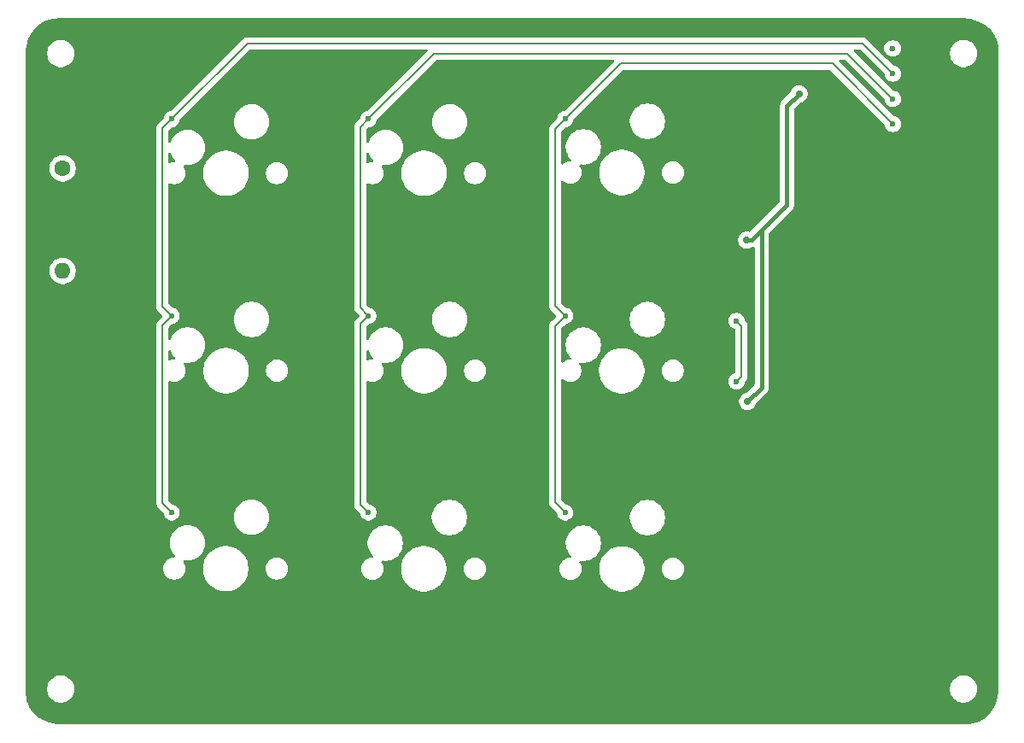
<source format=gbr>
%TF.GenerationSoftware,KiCad,Pcbnew,9.0.0*%
%TF.CreationDate,2025-06-24T12:34:55+10:00*%
%TF.ProjectId,MeowPad,4d656f77-5061-4642-9e6b-696361645f70,rev?*%
%TF.SameCoordinates,Original*%
%TF.FileFunction,Copper,L1,Top*%
%TF.FilePolarity,Positive*%
%FSLAX46Y46*%
G04 Gerber Fmt 4.6, Leading zero omitted, Abs format (unit mm)*
G04 Created by KiCad (PCBNEW 9.0.0) date 2025-06-24 12:34:55*
%MOMM*%
%LPD*%
G01*
G04 APERTURE LIST*
%TA.AperFunction,ComponentPad*%
%ADD10C,1.600000*%
%TD*%
%TA.AperFunction,ComponentPad*%
%ADD11O,1.600000X1.600000*%
%TD*%
%TA.AperFunction,ViaPad*%
%ADD12C,0.700000*%
%TD*%
%TA.AperFunction,ViaPad*%
%ADD13C,0.600000*%
%TD*%
%TA.AperFunction,Conductor*%
%ADD14C,0.200000*%
%TD*%
%TA.AperFunction,Conductor*%
%ADD15C,0.400000*%
%TD*%
G04 APERTURE END LIST*
D10*
%TO.P,R1,1*%
%TO.N,RGB*%
X88124835Y-73166725D03*
D11*
%TO.P,R1,2*%
%TO.N,Net-(LED3-DIN)*%
X88124835Y-83326725D03*
%TD*%
D12*
%TO.N,+5V*%
X155922976Y-80277000D03*
X156023000Y-96277000D03*
X161122994Y-65777000D03*
D13*
%TO.N,COL0*%
X170423000Y-61277000D03*
%TO.N,COL1*%
X170423000Y-63777000D03*
X98923000Y-87777000D03*
X98923000Y-68277000D03*
X98923000Y-107277000D03*
%TO.N,COL2*%
X118423000Y-68277000D03*
X118423000Y-107277000D03*
X170423000Y-66277000D03*
X118423000Y-87777000D03*
%TO.N,COL3*%
X137923000Y-87777000D03*
X170423000Y-68777000D03*
X137923000Y-68277000D03*
X137923000Y-107277000D03*
%TO.N,DOUT0*%
X154923000Y-88277010D03*
X154922996Y-94277000D03*
%TD*%
D14*
%TO.N,+5V*%
X159923000Y-76777000D02*
X157423000Y-79277000D01*
D15*
X157423000Y-79277000D02*
X157423000Y-94877000D01*
X157423000Y-94877000D02*
X156023000Y-96277000D01*
X156423000Y-80277000D02*
X155922976Y-80277000D01*
X159923000Y-76777000D02*
X159923000Y-66976994D01*
X159923000Y-76777000D02*
X156423000Y-80277000D01*
X159923000Y-66976994D02*
X161122994Y-65777000D01*
D14*
%TO.N,COL0*%
X170423000Y-61277000D02*
X170123000Y-61277000D01*
%TO.N,COL1*%
X98923000Y-68277000D02*
X106423000Y-60777000D01*
X98923000Y-68277000D02*
X97999000Y-69201000D01*
X98009000Y-88691000D02*
X98009000Y-106363000D01*
X97999000Y-69201000D02*
X97999000Y-86853000D01*
X98923000Y-87777000D02*
X98009000Y-88691000D01*
X106423000Y-60777000D02*
X167423000Y-60777000D01*
X97999000Y-86853000D02*
X98923000Y-87777000D01*
X167423000Y-60777000D02*
X170423000Y-63777000D01*
X98009000Y-106363000D02*
X98923000Y-107277000D01*
%TO.N,COL2*%
X165923000Y-61777000D02*
X170423000Y-66277000D01*
X118423000Y-87777000D02*
X117639000Y-88561000D01*
X117639000Y-88561000D02*
X117639000Y-106493000D01*
X117639000Y-86993000D02*
X118423000Y-87777000D01*
X118423000Y-68277000D02*
X117639000Y-69061000D01*
X118423000Y-68277000D02*
X124923000Y-61777000D01*
X117639000Y-69061000D02*
X117639000Y-86993000D01*
X124923000Y-61777000D02*
X165923000Y-61777000D01*
X117639000Y-106493000D02*
X118423000Y-107277000D01*
%TO.N,COL3*%
X136923000Y-88777000D02*
X136923000Y-106277000D01*
X143423000Y-62777000D02*
X164423000Y-62777000D01*
X137923000Y-68277000D02*
X136923000Y-69277000D01*
X136923000Y-106277000D02*
X137923000Y-107277000D01*
X136923000Y-69277000D02*
X136923000Y-86777000D01*
X136923000Y-86777000D02*
X137923000Y-87777000D01*
X137923000Y-87777000D02*
X136923000Y-88777000D01*
X137923000Y-68277000D02*
X143423000Y-62777000D01*
X164423000Y-62777000D02*
X170423000Y-68777000D01*
%TO.N,DOUT0*%
X155423000Y-93777000D02*
X154923000Y-94277000D01*
X154923000Y-94277000D02*
X154922996Y-94277000D01*
X154923000Y-88277010D02*
X155423000Y-88777010D01*
X155423000Y-88777010D02*
X155423000Y-93777000D01*
%TD*%
%TA.AperFunction,NonConductor*%
G36*
X177416743Y-58277568D02*
G01*
X177419131Y-58277647D01*
X177485769Y-58279857D01*
X177493123Y-58280322D01*
X177795540Y-58308536D01*
X177804879Y-58309767D01*
X177901107Y-58326188D01*
X178161933Y-58370699D01*
X178171518Y-58372729D01*
X178530030Y-58463595D01*
X178539906Y-58466540D01*
X178810152Y-58559591D01*
X178879225Y-58583374D01*
X178889403Y-58587389D01*
X179201301Y-58726631D01*
X179211623Y-58731830D01*
X179367364Y-58819625D01*
X179493458Y-58890707D01*
X179503773Y-58897210D01*
X179755644Y-59073884D01*
X179765676Y-59081719D01*
X179989079Y-59275454D01*
X179998535Y-59284576D01*
X180195454Y-59495785D01*
X180204035Y-59506047D01*
X180376346Y-59736292D01*
X180383793Y-59747454D01*
X180532799Y-59999336D01*
X180538927Y-60011085D01*
X180668378Y-60295381D01*
X180672041Y-60304338D01*
X180723293Y-60445082D01*
X180725304Y-60451075D01*
X180773704Y-60608520D01*
X180775372Y-60614472D01*
X180817124Y-60779092D01*
X180818461Y-60784957D01*
X180853756Y-60959189D01*
X180854782Y-60964945D01*
X180882942Y-61147904D01*
X180883674Y-61153512D01*
X180904439Y-61346650D01*
X180904904Y-61352096D01*
X180917726Y-61555297D01*
X180917946Y-61560558D01*
X180922474Y-61780857D01*
X180922500Y-61783405D01*
X180922500Y-124766629D01*
X180922432Y-124770742D01*
X180920142Y-124839746D01*
X180919674Y-124847151D01*
X180891463Y-125149538D01*
X180890232Y-125158880D01*
X180829299Y-125515929D01*
X180827265Y-125525534D01*
X180736407Y-125884016D01*
X180733453Y-125893921D01*
X180616625Y-126233223D01*
X180612609Y-126243402D01*
X180473369Y-126555295D01*
X180468159Y-126565638D01*
X180309296Y-126847450D01*
X180302793Y-126857766D01*
X180126114Y-127109644D01*
X180118279Y-127119676D01*
X179924548Y-127343075D01*
X179915426Y-127352531D01*
X179704212Y-127549455D01*
X179693950Y-127558036D01*
X179463706Y-127730346D01*
X179452544Y-127737793D01*
X179200662Y-127886799D01*
X179188913Y-127892927D01*
X178904621Y-128022377D01*
X178895664Y-128026040D01*
X178754910Y-128077295D01*
X178748917Y-128079306D01*
X178591497Y-128127698D01*
X178585546Y-128129366D01*
X178420918Y-128171121D01*
X178415052Y-128172459D01*
X178240788Y-128207760D01*
X178235032Y-128208785D01*
X178052095Y-128236942D01*
X178046487Y-128237675D01*
X177853346Y-128258440D01*
X177847900Y-128258904D01*
X177644702Y-128271726D01*
X177639441Y-128271946D01*
X177419142Y-128276474D01*
X177416594Y-128276500D01*
X87933370Y-128276500D01*
X87929257Y-128276432D01*
X87860252Y-128274142D01*
X87852847Y-128273674D01*
X87550460Y-128245463D01*
X87541118Y-128244232D01*
X87184069Y-128183299D01*
X87174464Y-128181265D01*
X86815982Y-128090407D01*
X86806084Y-128087455D01*
X86539568Y-127995689D01*
X86466775Y-127970625D01*
X86456596Y-127966609D01*
X86144703Y-127827369D01*
X86134360Y-127822159D01*
X85852548Y-127663296D01*
X85842232Y-127656793D01*
X85590354Y-127480114D01*
X85580322Y-127472279D01*
X85356923Y-127278548D01*
X85347467Y-127269426D01*
X85150543Y-127058212D01*
X85141962Y-127047950D01*
X84969652Y-126817706D01*
X84962205Y-126806544D01*
X84885576Y-126677010D01*
X84813198Y-126554661D01*
X84807071Y-126542913D01*
X84677616Y-126258610D01*
X84673963Y-126249677D01*
X84622695Y-126108888D01*
X84620699Y-126102939D01*
X84572294Y-125945476D01*
X84570638Y-125939568D01*
X84528873Y-125774902D01*
X84527539Y-125769052D01*
X84516490Y-125714509D01*
X84492235Y-125594773D01*
X84491213Y-125589032D01*
X84490926Y-125587169D01*
X84463056Y-125406095D01*
X84462323Y-125400487D01*
X84454935Y-125331772D01*
X84441556Y-125207330D01*
X84441094Y-125201900D01*
X84428270Y-124998660D01*
X84428053Y-124993482D01*
X84423526Y-124773141D01*
X84423500Y-124770594D01*
X84423500Y-124670713D01*
X86572500Y-124670713D01*
X86572500Y-124883286D01*
X86596988Y-125037901D01*
X86605754Y-125093243D01*
X86648270Y-125224094D01*
X86671444Y-125295414D01*
X86767951Y-125484820D01*
X86892890Y-125656786D01*
X87043213Y-125807109D01*
X87215179Y-125932048D01*
X87215181Y-125932049D01*
X87215184Y-125932051D01*
X87404588Y-126028557D01*
X87606757Y-126094246D01*
X87816713Y-126127500D01*
X87816714Y-126127500D01*
X88029286Y-126127500D01*
X88029287Y-126127500D01*
X88239243Y-126094246D01*
X88441412Y-126028557D01*
X88630816Y-125932051D01*
X88683298Y-125893921D01*
X88802786Y-125807109D01*
X88802788Y-125807106D01*
X88802792Y-125807104D01*
X88953104Y-125656792D01*
X88953106Y-125656788D01*
X88953109Y-125656786D01*
X89078048Y-125484820D01*
X89078047Y-125484820D01*
X89078051Y-125484816D01*
X89174557Y-125295412D01*
X89240246Y-125093243D01*
X89273500Y-124883287D01*
X89273500Y-124670713D01*
X176072500Y-124670713D01*
X176072500Y-124883286D01*
X176096988Y-125037901D01*
X176105754Y-125093243D01*
X176148270Y-125224094D01*
X176171444Y-125295414D01*
X176267951Y-125484820D01*
X176392890Y-125656786D01*
X176543213Y-125807109D01*
X176715179Y-125932048D01*
X176715181Y-125932049D01*
X176715184Y-125932051D01*
X176904588Y-126028557D01*
X177106757Y-126094246D01*
X177316713Y-126127500D01*
X177316714Y-126127500D01*
X177529286Y-126127500D01*
X177529287Y-126127500D01*
X177739243Y-126094246D01*
X177941412Y-126028557D01*
X178130816Y-125932051D01*
X178183298Y-125893921D01*
X178302786Y-125807109D01*
X178302788Y-125807106D01*
X178302792Y-125807104D01*
X178453104Y-125656792D01*
X178453106Y-125656788D01*
X178453109Y-125656786D01*
X178578048Y-125484820D01*
X178578047Y-125484820D01*
X178578051Y-125484816D01*
X178674557Y-125295412D01*
X178740246Y-125093243D01*
X178773500Y-124883287D01*
X178773500Y-124670713D01*
X178740246Y-124460757D01*
X178674557Y-124258588D01*
X178578051Y-124069184D01*
X178578049Y-124069181D01*
X178578048Y-124069179D01*
X178453109Y-123897213D01*
X178302786Y-123746890D01*
X178130820Y-123621951D01*
X177941414Y-123525444D01*
X177941413Y-123525443D01*
X177941412Y-123525443D01*
X177739243Y-123459754D01*
X177739241Y-123459753D01*
X177739240Y-123459753D01*
X177577957Y-123434208D01*
X177529287Y-123426500D01*
X177316713Y-123426500D01*
X177268042Y-123434208D01*
X177106760Y-123459753D01*
X176904585Y-123525444D01*
X176715179Y-123621951D01*
X176543213Y-123746890D01*
X176392890Y-123897213D01*
X176267951Y-124069179D01*
X176171444Y-124258585D01*
X176105753Y-124460760D01*
X176072500Y-124670713D01*
X89273500Y-124670713D01*
X89240246Y-124460757D01*
X89174557Y-124258588D01*
X89078051Y-124069184D01*
X89078049Y-124069181D01*
X89078048Y-124069179D01*
X88953109Y-123897213D01*
X88802786Y-123746890D01*
X88630820Y-123621951D01*
X88441414Y-123525444D01*
X88441413Y-123525443D01*
X88441412Y-123525443D01*
X88239243Y-123459754D01*
X88239241Y-123459753D01*
X88239240Y-123459753D01*
X88077957Y-123434208D01*
X88029287Y-123426500D01*
X87816713Y-123426500D01*
X87768042Y-123434208D01*
X87606760Y-123459753D01*
X87404585Y-123525444D01*
X87215179Y-123621951D01*
X87043213Y-123746890D01*
X86892890Y-123897213D01*
X86767951Y-124069179D01*
X86671444Y-124258585D01*
X86605753Y-124460760D01*
X86572500Y-124670713D01*
X84423500Y-124670713D01*
X84423500Y-112750389D01*
X98087500Y-112750389D01*
X98087500Y-112923610D01*
X98100312Y-113004506D01*
X98114598Y-113094701D01*
X98124344Y-113124697D01*
X98168128Y-113259447D01*
X98192349Y-113306984D01*
X98246768Y-113413788D01*
X98348586Y-113553928D01*
X98471072Y-113676414D01*
X98611212Y-113778232D01*
X98765555Y-113856873D01*
X98930299Y-113910402D01*
X99101389Y-113937500D01*
X99101390Y-113937500D01*
X99274610Y-113937500D01*
X99274611Y-113937500D01*
X99445701Y-113910402D01*
X99610445Y-113856873D01*
X99764788Y-113778232D01*
X99904928Y-113676414D01*
X100027414Y-113553928D01*
X100129232Y-113413788D01*
X100207873Y-113259445D01*
X100261402Y-113094701D01*
X100288500Y-112923611D01*
X100288500Y-112750389D01*
X100278854Y-112689486D01*
X102037500Y-112689486D01*
X102037500Y-112984513D01*
X102055957Y-113124701D01*
X102076007Y-113276993D01*
X102150212Y-113553930D01*
X102152361Y-113561951D01*
X102152364Y-113561961D01*
X102265254Y-113834500D01*
X102265258Y-113834510D01*
X102412761Y-114089993D01*
X102592352Y-114324040D01*
X102592358Y-114324047D01*
X102800952Y-114532641D01*
X102800959Y-114532647D01*
X103035006Y-114712238D01*
X103290489Y-114859741D01*
X103290490Y-114859741D01*
X103290493Y-114859743D01*
X103563048Y-114972639D01*
X103848007Y-115048993D01*
X104140494Y-115087500D01*
X104140501Y-115087500D01*
X104435499Y-115087500D01*
X104435506Y-115087500D01*
X104727993Y-115048993D01*
X105012952Y-114972639D01*
X105285507Y-114859743D01*
X105540994Y-114712238D01*
X105775042Y-114532646D01*
X105983646Y-114324042D01*
X106163238Y-114089994D01*
X106310743Y-113834507D01*
X106423639Y-113561952D01*
X106499993Y-113276993D01*
X106538500Y-112984506D01*
X106538500Y-112750389D01*
X108247500Y-112750389D01*
X108247500Y-112923610D01*
X108260312Y-113004506D01*
X108274598Y-113094701D01*
X108284344Y-113124697D01*
X108328128Y-113259447D01*
X108352349Y-113306984D01*
X108406768Y-113413788D01*
X108508586Y-113553928D01*
X108631072Y-113676414D01*
X108771212Y-113778232D01*
X108925555Y-113856873D01*
X109090299Y-113910402D01*
X109261389Y-113937500D01*
X109261390Y-113937500D01*
X109434610Y-113937500D01*
X109434611Y-113937500D01*
X109605701Y-113910402D01*
X109770445Y-113856873D01*
X109924788Y-113778232D01*
X110064928Y-113676414D01*
X110187414Y-113553928D01*
X110289232Y-113413788D01*
X110367873Y-113259445D01*
X110421402Y-113094701D01*
X110448500Y-112923611D01*
X110448500Y-112770389D01*
X117712500Y-112770389D01*
X117712500Y-112943610D01*
X117736429Y-113094697D01*
X117739598Y-113114701D01*
X117793127Y-113279445D01*
X117871768Y-113433788D01*
X117973586Y-113573928D01*
X118096072Y-113696414D01*
X118236212Y-113798232D01*
X118390555Y-113876873D01*
X118555299Y-113930402D01*
X118726389Y-113957500D01*
X118726390Y-113957500D01*
X118899610Y-113957500D01*
X118899611Y-113957500D01*
X119070701Y-113930402D01*
X119235445Y-113876873D01*
X119389788Y-113798232D01*
X119529928Y-113696414D01*
X119652414Y-113573928D01*
X119754232Y-113433788D01*
X119832873Y-113279445D01*
X119886402Y-113114701D01*
X119913500Y-112943611D01*
X119913500Y-112770389D01*
X119903854Y-112709486D01*
X121662500Y-112709486D01*
X121662500Y-113004513D01*
X121678324Y-113124701D01*
X121701007Y-113296993D01*
X121775212Y-113573930D01*
X121777361Y-113581951D01*
X121777364Y-113581961D01*
X121890254Y-113854500D01*
X121890258Y-113854510D01*
X122037761Y-114109993D01*
X122217352Y-114344040D01*
X122217358Y-114344047D01*
X122425952Y-114552641D01*
X122425959Y-114552647D01*
X122660006Y-114732238D01*
X122915489Y-114879741D01*
X122915490Y-114879741D01*
X122915493Y-114879743D01*
X123188048Y-114992639D01*
X123473007Y-115068993D01*
X123765494Y-115107500D01*
X123765501Y-115107500D01*
X124060499Y-115107500D01*
X124060506Y-115107500D01*
X124352993Y-115068993D01*
X124637952Y-114992639D01*
X124910507Y-114879743D01*
X125165994Y-114732238D01*
X125400042Y-114552646D01*
X125608646Y-114344042D01*
X125788238Y-114109994D01*
X125935743Y-113854507D01*
X126048639Y-113581952D01*
X126124993Y-113296993D01*
X126163500Y-113004506D01*
X126163500Y-112770389D01*
X127872500Y-112770389D01*
X127872500Y-112943610D01*
X127896429Y-113094697D01*
X127899598Y-113114701D01*
X127953127Y-113279445D01*
X128031768Y-113433788D01*
X128133586Y-113573928D01*
X128256072Y-113696414D01*
X128396212Y-113798232D01*
X128550555Y-113876873D01*
X128715299Y-113930402D01*
X128886389Y-113957500D01*
X128886390Y-113957500D01*
X129059610Y-113957500D01*
X129059611Y-113957500D01*
X129230701Y-113930402D01*
X129395445Y-113876873D01*
X129549788Y-113798232D01*
X129689928Y-113696414D01*
X129812414Y-113573928D01*
X129914232Y-113433788D01*
X129992873Y-113279445D01*
X130046402Y-113114701D01*
X130073500Y-112943611D01*
X130073500Y-112780389D01*
X137352500Y-112780389D01*
X137352500Y-112953610D01*
X137378013Y-113114697D01*
X137379598Y-113124701D01*
X137433127Y-113289445D01*
X137511768Y-113443788D01*
X137613586Y-113583928D01*
X137736072Y-113706414D01*
X137876212Y-113808232D01*
X138030555Y-113886873D01*
X138195299Y-113940402D01*
X138366389Y-113967500D01*
X138366390Y-113967500D01*
X138539610Y-113967500D01*
X138539611Y-113967500D01*
X138710701Y-113940402D01*
X138875445Y-113886873D01*
X139029788Y-113808232D01*
X139169928Y-113706414D01*
X139292414Y-113583928D01*
X139394232Y-113443788D01*
X139472873Y-113289445D01*
X139526402Y-113124701D01*
X139553500Y-112953611D01*
X139553500Y-112780389D01*
X139543854Y-112719486D01*
X141302500Y-112719486D01*
X141302500Y-113014513D01*
X141334571Y-113258113D01*
X141341007Y-113306993D01*
X141415212Y-113583930D01*
X141417361Y-113591951D01*
X141417364Y-113591961D01*
X141530254Y-113864500D01*
X141530258Y-113864510D01*
X141677761Y-114119993D01*
X141857352Y-114354040D01*
X141857358Y-114354047D01*
X142065952Y-114562641D01*
X142065959Y-114562647D01*
X142300006Y-114742238D01*
X142555489Y-114889741D01*
X142555490Y-114889741D01*
X142555493Y-114889743D01*
X142828048Y-115002639D01*
X143113007Y-115078993D01*
X143405494Y-115117500D01*
X143405501Y-115117500D01*
X143700499Y-115117500D01*
X143700506Y-115117500D01*
X143992993Y-115078993D01*
X144277952Y-115002639D01*
X144550507Y-114889743D01*
X144805994Y-114742238D01*
X145040042Y-114562646D01*
X145248646Y-114354042D01*
X145428238Y-114119994D01*
X145575743Y-113864507D01*
X145688639Y-113591952D01*
X145764993Y-113306993D01*
X145803500Y-113014506D01*
X145803500Y-112780389D01*
X147512500Y-112780389D01*
X147512500Y-112953610D01*
X147538013Y-113114697D01*
X147539598Y-113124701D01*
X147593127Y-113289445D01*
X147671768Y-113443788D01*
X147773586Y-113583928D01*
X147896072Y-113706414D01*
X148036212Y-113808232D01*
X148190555Y-113886873D01*
X148355299Y-113940402D01*
X148526389Y-113967500D01*
X148526390Y-113967500D01*
X148699610Y-113967500D01*
X148699611Y-113967500D01*
X148870701Y-113940402D01*
X149035445Y-113886873D01*
X149189788Y-113808232D01*
X149329928Y-113706414D01*
X149452414Y-113583928D01*
X149554232Y-113443788D01*
X149632873Y-113289445D01*
X149686402Y-113124701D01*
X149713500Y-112953611D01*
X149713500Y-112780389D01*
X149686402Y-112609299D01*
X149632873Y-112444555D01*
X149554232Y-112290212D01*
X149452414Y-112150072D01*
X149329928Y-112027586D01*
X149189788Y-111925768D01*
X149139886Y-111900342D01*
X149035447Y-111847128D01*
X149035446Y-111847127D01*
X149035445Y-111847127D01*
X148870701Y-111793598D01*
X148870699Y-111793597D01*
X148870698Y-111793597D01*
X148739271Y-111772781D01*
X148699611Y-111766500D01*
X148526389Y-111766500D01*
X148486728Y-111772781D01*
X148355302Y-111793597D01*
X148190552Y-111847128D01*
X148036211Y-111925768D01*
X147956256Y-111983859D01*
X147896072Y-112027586D01*
X147896070Y-112027588D01*
X147896069Y-112027588D01*
X147773588Y-112150069D01*
X147773588Y-112150070D01*
X147773586Y-112150072D01*
X147752843Y-112178622D01*
X147671768Y-112290211D01*
X147593128Y-112444552D01*
X147539597Y-112609302D01*
X147512500Y-112780389D01*
X145803500Y-112780389D01*
X145803500Y-112719494D01*
X145764993Y-112427007D01*
X145688639Y-112142048D01*
X145679535Y-112120070D01*
X145649476Y-112047500D01*
X145575743Y-111869493D01*
X145569967Y-111859489D01*
X145428238Y-111614006D01*
X145248647Y-111379959D01*
X145248641Y-111379952D01*
X145040047Y-111171358D01*
X145040040Y-111171352D01*
X144805993Y-110991761D01*
X144550510Y-110844258D01*
X144550500Y-110844254D01*
X144277961Y-110731364D01*
X144277954Y-110731362D01*
X144277952Y-110731361D01*
X143992993Y-110655007D01*
X143944113Y-110648571D01*
X143700513Y-110616500D01*
X143700506Y-110616500D01*
X143405494Y-110616500D01*
X143405486Y-110616500D01*
X143127085Y-110653153D01*
X143113007Y-110655007D01*
X142939999Y-110701364D01*
X142828048Y-110731361D01*
X142828038Y-110731364D01*
X142555499Y-110844254D01*
X142555489Y-110844258D01*
X142300006Y-110991761D01*
X142065959Y-111171352D01*
X142065952Y-111171358D01*
X141857358Y-111379952D01*
X141857352Y-111379959D01*
X141677761Y-111614006D01*
X141530258Y-111869489D01*
X141530254Y-111869499D01*
X141417364Y-112142038D01*
X141417361Y-112142048D01*
X141343685Y-112417015D01*
X141341008Y-112427004D01*
X141341006Y-112427015D01*
X141302500Y-112719486D01*
X139543854Y-112719486D01*
X139526402Y-112609299D01*
X139472873Y-112444555D01*
X139394232Y-112290212D01*
X139368232Y-112254427D01*
X139344753Y-112188622D01*
X139360578Y-112120568D01*
X139410684Y-112071873D01*
X139479162Y-112057997D01*
X139484705Y-112058599D01*
X139628266Y-112077500D01*
X139628273Y-112077500D01*
X139857727Y-112077500D01*
X139857734Y-112077500D01*
X140085238Y-112047548D01*
X140306887Y-111988158D01*
X140518888Y-111900344D01*
X140717612Y-111785611D01*
X140899661Y-111645919D01*
X140899665Y-111645914D01*
X140899670Y-111645911D01*
X141061911Y-111483670D01*
X141061914Y-111483665D01*
X141061919Y-111483661D01*
X141201611Y-111301612D01*
X141316344Y-111102888D01*
X141404158Y-110890887D01*
X141463548Y-110669238D01*
X141493500Y-110441734D01*
X141493500Y-110212266D01*
X141463548Y-109984762D01*
X141404158Y-109763113D01*
X141316344Y-109551112D01*
X141201611Y-109352388D01*
X141201608Y-109352385D01*
X141201607Y-109352382D01*
X141061918Y-109170338D01*
X141061911Y-109170330D01*
X140899670Y-109008089D01*
X140899661Y-109008081D01*
X140717617Y-108868392D01*
X140700296Y-108858392D01*
X140518888Y-108753656D01*
X140518876Y-108753650D01*
X140306887Y-108665842D01*
X140269566Y-108655842D01*
X140085238Y-108606452D01*
X140047215Y-108601446D01*
X139857741Y-108576500D01*
X139857734Y-108576500D01*
X139628266Y-108576500D01*
X139628258Y-108576500D01*
X139411715Y-108605009D01*
X139400762Y-108606452D01*
X139307076Y-108631554D01*
X139179112Y-108665842D01*
X138967123Y-108753650D01*
X138967109Y-108753657D01*
X138768382Y-108868392D01*
X138586338Y-109008081D01*
X138424081Y-109170338D01*
X138284392Y-109352382D01*
X138169657Y-109551109D01*
X138169650Y-109551123D01*
X138085984Y-109753113D01*
X138081842Y-109763113D01*
X138025132Y-109974762D01*
X138022453Y-109984759D01*
X138022451Y-109984770D01*
X137992500Y-110212258D01*
X137992500Y-110441741D01*
X138011559Y-110586500D01*
X138022452Y-110669238D01*
X138069347Y-110844254D01*
X138081842Y-110890887D01*
X138169650Y-111102876D01*
X138169657Y-111102890D01*
X138209184Y-111171352D01*
X138278618Y-111291617D01*
X138284392Y-111301617D01*
X138424081Y-111483661D01*
X138424089Y-111483670D01*
X138495238Y-111554819D01*
X138528723Y-111616142D01*
X138523739Y-111685834D01*
X138481867Y-111741767D01*
X138416403Y-111766184D01*
X138407557Y-111766500D01*
X138366389Y-111766500D01*
X138326728Y-111772781D01*
X138195302Y-111793597D01*
X138030552Y-111847128D01*
X137876211Y-111925768D01*
X137796256Y-111983859D01*
X137736072Y-112027586D01*
X137736070Y-112027588D01*
X137736069Y-112027588D01*
X137613588Y-112150069D01*
X137613588Y-112150070D01*
X137613586Y-112150072D01*
X137592843Y-112178622D01*
X137511768Y-112290211D01*
X137433128Y-112444552D01*
X137379597Y-112609302D01*
X137352500Y-112780389D01*
X130073500Y-112780389D01*
X130073500Y-112770389D01*
X130046402Y-112599299D01*
X129992873Y-112434555D01*
X129914232Y-112280212D01*
X129812414Y-112140072D01*
X129689928Y-112017586D01*
X129549788Y-111915768D01*
X129395445Y-111837127D01*
X129230701Y-111783598D01*
X129230699Y-111783597D01*
X129230698Y-111783597D01*
X129099271Y-111762781D01*
X129059611Y-111756500D01*
X128886389Y-111756500D01*
X128846728Y-111762781D01*
X128715302Y-111783597D01*
X128550552Y-111837128D01*
X128396211Y-111915768D01*
X128337867Y-111958158D01*
X128256072Y-112017586D01*
X128256070Y-112017588D01*
X128256069Y-112017588D01*
X128133588Y-112140069D01*
X128133588Y-112140070D01*
X128133586Y-112140072D01*
X128126323Y-112150069D01*
X128031768Y-112280211D01*
X127953128Y-112434552D01*
X127899597Y-112599302D01*
X127872500Y-112770389D01*
X126163500Y-112770389D01*
X126163500Y-112709494D01*
X126124993Y-112417007D01*
X126048639Y-112132048D01*
X125935743Y-111859493D01*
X125928385Y-111846749D01*
X125788238Y-111604006D01*
X125608647Y-111369959D01*
X125608641Y-111369952D01*
X125400047Y-111161358D01*
X125400040Y-111161352D01*
X125165993Y-110981761D01*
X124910510Y-110834258D01*
X124910500Y-110834254D01*
X124637961Y-110721364D01*
X124637954Y-110721362D01*
X124637952Y-110721361D01*
X124352993Y-110645007D01*
X124304113Y-110638571D01*
X124060513Y-110606500D01*
X124060506Y-110606500D01*
X123765494Y-110606500D01*
X123765486Y-110606500D01*
X123487085Y-110643153D01*
X123473007Y-110645007D01*
X123188048Y-110721361D01*
X123188038Y-110721364D01*
X122915499Y-110834254D01*
X122915489Y-110834258D01*
X122660006Y-110981761D01*
X122425959Y-111161352D01*
X122425952Y-111161358D01*
X122217358Y-111369952D01*
X122217352Y-111369959D01*
X122037761Y-111604006D01*
X121890258Y-111859489D01*
X121890254Y-111859499D01*
X121777364Y-112132038D01*
X121777361Y-112132048D01*
X121701008Y-112417004D01*
X121701006Y-112417015D01*
X121662500Y-112709486D01*
X119903854Y-112709486D01*
X119886402Y-112599299D01*
X119832873Y-112434555D01*
X119754232Y-112280212D01*
X119728232Y-112244427D01*
X119704753Y-112178622D01*
X119720578Y-112110568D01*
X119770684Y-112061873D01*
X119839162Y-112047997D01*
X119844705Y-112048599D01*
X119988266Y-112067500D01*
X119988273Y-112067500D01*
X120217727Y-112067500D01*
X120217734Y-112067500D01*
X120445238Y-112037548D01*
X120666887Y-111978158D01*
X120878888Y-111890344D01*
X121077612Y-111775611D01*
X121259661Y-111635919D01*
X121259665Y-111635914D01*
X121259670Y-111635911D01*
X121421911Y-111473670D01*
X121421914Y-111473665D01*
X121421919Y-111473661D01*
X121561611Y-111291612D01*
X121676344Y-111092888D01*
X121764158Y-110880887D01*
X121823548Y-110659238D01*
X121853500Y-110431734D01*
X121853500Y-110202266D01*
X121823548Y-109974762D01*
X121764158Y-109753113D01*
X121680491Y-109551123D01*
X121676349Y-109541123D01*
X121676346Y-109541117D01*
X121676344Y-109541112D01*
X121561611Y-109342388D01*
X121561608Y-109342385D01*
X121561607Y-109342382D01*
X121429592Y-109170339D01*
X121421919Y-109160339D01*
X121421918Y-109160338D01*
X121421911Y-109160330D01*
X121259670Y-108998089D01*
X121259661Y-108998081D01*
X121077617Y-108858392D01*
X120878890Y-108743657D01*
X120878876Y-108743650D01*
X120666887Y-108655842D01*
X120592245Y-108635842D01*
X120445238Y-108596452D01*
X120407215Y-108591446D01*
X120217741Y-108566500D01*
X120217734Y-108566500D01*
X119988266Y-108566500D01*
X119988258Y-108566500D01*
X119771715Y-108595009D01*
X119760762Y-108596452D01*
X119667076Y-108621554D01*
X119539112Y-108655842D01*
X119327123Y-108743650D01*
X119327109Y-108743657D01*
X119128382Y-108858392D01*
X118946338Y-108998081D01*
X118784081Y-109160338D01*
X118644392Y-109342382D01*
X118529657Y-109541109D01*
X118529650Y-109541123D01*
X118441842Y-109753112D01*
X118382453Y-109974759D01*
X118382451Y-109974770D01*
X118352500Y-110202258D01*
X118352500Y-110431741D01*
X118353817Y-110441741D01*
X118382452Y-110659238D01*
X118401777Y-110731361D01*
X118441842Y-110880887D01*
X118529650Y-111092876D01*
X118529657Y-111092890D01*
X118644392Y-111291617D01*
X118784081Y-111473661D01*
X118784089Y-111473670D01*
X118855238Y-111544819D01*
X118888723Y-111606142D01*
X118883739Y-111675834D01*
X118841867Y-111731767D01*
X118776403Y-111756184D01*
X118767557Y-111756500D01*
X118726389Y-111756500D01*
X118686728Y-111762781D01*
X118555302Y-111783597D01*
X118390552Y-111837128D01*
X118236211Y-111915768D01*
X118177867Y-111958158D01*
X118096072Y-112017586D01*
X118096070Y-112017588D01*
X118096069Y-112017588D01*
X117973588Y-112140069D01*
X117973588Y-112140070D01*
X117973586Y-112140072D01*
X117966323Y-112150069D01*
X117871768Y-112280211D01*
X117793128Y-112434552D01*
X117739597Y-112599302D01*
X117712500Y-112770389D01*
X110448500Y-112770389D01*
X110448500Y-112750389D01*
X110421402Y-112579299D01*
X110367873Y-112414555D01*
X110289232Y-112260212D01*
X110187414Y-112120072D01*
X110064928Y-111997586D01*
X109924788Y-111895768D01*
X109770445Y-111817127D01*
X109605701Y-111763598D01*
X109605699Y-111763597D01*
X109605698Y-111763597D01*
X109474271Y-111742781D01*
X109434611Y-111736500D01*
X109261389Y-111736500D01*
X109221728Y-111742781D01*
X109090302Y-111763597D01*
X108925552Y-111817128D01*
X108771211Y-111895768D01*
X108691256Y-111953859D01*
X108631072Y-111997586D01*
X108631070Y-111997588D01*
X108631069Y-111997588D01*
X108508588Y-112120069D01*
X108508588Y-112120070D01*
X108508586Y-112120072D01*
X108486792Y-112150069D01*
X108406768Y-112260211D01*
X108328128Y-112414552D01*
X108274597Y-112579302D01*
X108247500Y-112750389D01*
X106538500Y-112750389D01*
X106538500Y-112689494D01*
X106499993Y-112397007D01*
X106423639Y-112112048D01*
X106310743Y-111839493D01*
X106279634Y-111785611D01*
X106163238Y-111584006D01*
X105983647Y-111349959D01*
X105983641Y-111349952D01*
X105775047Y-111141358D01*
X105775040Y-111141352D01*
X105540993Y-110961761D01*
X105285510Y-110814258D01*
X105285500Y-110814254D01*
X105012961Y-110701364D01*
X105012954Y-110701362D01*
X105012952Y-110701361D01*
X104727993Y-110625007D01*
X104663377Y-110616500D01*
X104435513Y-110586500D01*
X104435506Y-110586500D01*
X104140494Y-110586500D01*
X104140486Y-110586500D01*
X103862085Y-110623153D01*
X103848007Y-110625007D01*
X103720247Y-110659240D01*
X103563048Y-110701361D01*
X103563038Y-110701364D01*
X103290499Y-110814254D01*
X103290489Y-110814258D01*
X103035006Y-110961761D01*
X102800959Y-111141352D01*
X102800952Y-111141358D01*
X102592358Y-111349952D01*
X102592352Y-111349959D01*
X102412761Y-111584006D01*
X102265258Y-111839489D01*
X102265254Y-111839499D01*
X102152364Y-112112038D01*
X102152361Y-112112048D01*
X102104623Y-112290212D01*
X102076008Y-112397004D01*
X102076006Y-112397015D01*
X102037500Y-112689486D01*
X100278854Y-112689486D01*
X100261402Y-112579299D01*
X100207873Y-112414555D01*
X100129232Y-112260212D01*
X100103232Y-112224427D01*
X100079753Y-112158622D01*
X100095578Y-112090568D01*
X100145684Y-112041873D01*
X100214162Y-112027997D01*
X100219705Y-112028599D01*
X100363266Y-112047500D01*
X100363273Y-112047500D01*
X100592727Y-112047500D01*
X100592734Y-112047500D01*
X100820238Y-112017548D01*
X101041887Y-111958158D01*
X101253888Y-111870344D01*
X101452612Y-111755611D01*
X101634661Y-111615919D01*
X101634665Y-111615914D01*
X101634670Y-111615911D01*
X101796911Y-111453670D01*
X101796914Y-111453665D01*
X101796919Y-111453661D01*
X101936611Y-111271612D01*
X102051344Y-111072888D01*
X102139158Y-110860887D01*
X102198548Y-110639238D01*
X102228500Y-110411734D01*
X102228500Y-110182266D01*
X102198548Y-109954762D01*
X102139158Y-109733113D01*
X102063775Y-109551123D01*
X102051349Y-109521123D01*
X102051346Y-109521117D01*
X102051344Y-109521112D01*
X101936611Y-109322388D01*
X101936608Y-109322385D01*
X101936607Y-109322382D01*
X101819932Y-109170330D01*
X101796919Y-109140339D01*
X101796918Y-109140338D01*
X101796911Y-109140330D01*
X101634670Y-108978089D01*
X101634661Y-108978081D01*
X101452617Y-108838392D01*
X101253890Y-108723657D01*
X101253876Y-108723650D01*
X101041887Y-108635842D01*
X100820238Y-108576452D01*
X100782215Y-108571446D01*
X100592741Y-108546500D01*
X100592734Y-108546500D01*
X100363266Y-108546500D01*
X100363258Y-108546500D01*
X100146715Y-108575009D01*
X100135762Y-108576452D01*
X100042076Y-108601554D01*
X99914112Y-108635842D01*
X99702123Y-108723650D01*
X99702109Y-108723657D01*
X99503382Y-108838392D01*
X99321338Y-108978081D01*
X99159081Y-109140338D01*
X99019392Y-109322382D01*
X98904657Y-109521109D01*
X98904650Y-109521123D01*
X98816842Y-109733112D01*
X98757453Y-109954759D01*
X98757451Y-109954770D01*
X98727500Y-110182258D01*
X98727500Y-110411741D01*
X98750509Y-110586500D01*
X98757452Y-110639238D01*
X98782136Y-110731361D01*
X98816842Y-110860887D01*
X98904650Y-111072876D01*
X98904657Y-111072890D01*
X99019392Y-111271617D01*
X99159081Y-111453661D01*
X99159089Y-111453670D01*
X99230238Y-111524819D01*
X99263723Y-111586142D01*
X99258739Y-111655834D01*
X99216867Y-111711767D01*
X99151403Y-111736184D01*
X99142557Y-111736500D01*
X99101389Y-111736500D01*
X99061728Y-111742781D01*
X98930302Y-111763597D01*
X98765552Y-111817128D01*
X98611211Y-111895768D01*
X98531256Y-111953859D01*
X98471072Y-111997586D01*
X98471070Y-111997588D01*
X98471069Y-111997588D01*
X98348588Y-112120069D01*
X98348588Y-112120070D01*
X98348586Y-112120072D01*
X98326792Y-112150069D01*
X98246768Y-112260211D01*
X98168128Y-112414552D01*
X98114597Y-112579302D01*
X98087500Y-112750389D01*
X84423500Y-112750389D01*
X84423500Y-86932054D01*
X97398498Y-86932054D01*
X97439423Y-87084785D01*
X97468358Y-87134900D01*
X97468359Y-87134904D01*
X97468360Y-87134904D01*
X97518479Y-87221714D01*
X97518481Y-87221717D01*
X97637349Y-87340585D01*
X97637355Y-87340590D01*
X97986083Y-87689318D01*
X98019568Y-87750641D01*
X98014584Y-87820333D01*
X97986083Y-87864680D01*
X97640286Y-88210478D01*
X97528481Y-88322282D01*
X97528479Y-88322284D01*
X97506072Y-88361095D01*
X97496601Y-88377501D01*
X97449423Y-88459215D01*
X97408499Y-88611943D01*
X97408499Y-88611945D01*
X97408499Y-88780046D01*
X97408500Y-88780059D01*
X97408500Y-106276330D01*
X97408499Y-106276348D01*
X97408499Y-106442054D01*
X97408498Y-106442054D01*
X97408598Y-106442426D01*
X97449423Y-106594785D01*
X97469945Y-106630330D01*
X97478358Y-106644900D01*
X97478359Y-106644904D01*
X97478360Y-106644904D01*
X97524478Y-106724785D01*
X97528479Y-106731714D01*
X97528481Y-106731717D01*
X97647349Y-106850585D01*
X97647355Y-106850590D01*
X98088425Y-107291660D01*
X98121910Y-107352983D01*
X98122361Y-107355149D01*
X98153261Y-107510491D01*
X98153264Y-107510501D01*
X98213602Y-107656172D01*
X98213609Y-107656185D01*
X98301210Y-107787288D01*
X98301213Y-107787292D01*
X98412707Y-107898786D01*
X98412711Y-107898789D01*
X98543814Y-107986390D01*
X98543827Y-107986397D01*
X98689498Y-108046735D01*
X98689503Y-108046737D01*
X98844153Y-108077499D01*
X98844156Y-108077500D01*
X98844158Y-108077500D01*
X99001844Y-108077500D01*
X99001845Y-108077499D01*
X99156497Y-108046737D01*
X99302179Y-107986394D01*
X99433289Y-107898789D01*
X99544789Y-107787289D01*
X99632394Y-107656179D01*
X99638160Y-107642258D01*
X105077500Y-107642258D01*
X105077500Y-107871741D01*
X105092596Y-107986397D01*
X105107452Y-108099238D01*
X105115491Y-108129240D01*
X105166842Y-108320887D01*
X105254650Y-108532876D01*
X105254657Y-108532890D01*
X105369392Y-108731617D01*
X105509081Y-108913661D01*
X105509089Y-108913670D01*
X105671330Y-109075911D01*
X105671338Y-109075918D01*
X105853382Y-109215607D01*
X105853385Y-109215608D01*
X105853388Y-109215611D01*
X106052112Y-109330344D01*
X106052117Y-109330346D01*
X106052123Y-109330349D01*
X106124533Y-109360342D01*
X106264113Y-109418158D01*
X106485762Y-109477548D01*
X106713266Y-109507500D01*
X106713273Y-109507500D01*
X106942727Y-109507500D01*
X106942734Y-109507500D01*
X107170238Y-109477548D01*
X107391887Y-109418158D01*
X107603888Y-109330344D01*
X107802612Y-109215611D01*
X107984661Y-109075919D01*
X107984665Y-109075914D01*
X107984670Y-109075911D01*
X108146911Y-108913670D01*
X108146914Y-108913665D01*
X108146919Y-108913661D01*
X108286611Y-108731612D01*
X108401344Y-108532888D01*
X108489158Y-108320887D01*
X108548548Y-108099238D01*
X108578500Y-107871734D01*
X108578500Y-107642266D01*
X108548548Y-107414762D01*
X108489158Y-107193113D01*
X108413775Y-107011123D01*
X108401349Y-106981123D01*
X108401346Y-106981117D01*
X108401344Y-106981112D01*
X108286611Y-106782388D01*
X108286608Y-106782385D01*
X108286607Y-106782382D01*
X108169932Y-106630330D01*
X108146919Y-106600339D01*
X108146918Y-106600338D01*
X108146911Y-106600330D01*
X107984670Y-106438089D01*
X107984661Y-106438081D01*
X107802617Y-106298392D01*
X107764404Y-106276330D01*
X107665558Y-106219261D01*
X107603890Y-106183657D01*
X107603876Y-106183650D01*
X107391887Y-106095842D01*
X107367326Y-106089261D01*
X107170238Y-106036452D01*
X107132215Y-106031446D01*
X106942741Y-106006500D01*
X106942734Y-106006500D01*
X106713266Y-106006500D01*
X106713258Y-106006500D01*
X106496715Y-106035009D01*
X106485762Y-106036452D01*
X106392076Y-106061554D01*
X106264112Y-106095842D01*
X106052123Y-106183650D01*
X106052109Y-106183657D01*
X105853382Y-106298392D01*
X105671338Y-106438081D01*
X105509081Y-106600338D01*
X105369392Y-106782382D01*
X105254657Y-106981109D01*
X105254650Y-106981123D01*
X105166842Y-107193112D01*
X105140437Y-107291660D01*
X105124006Y-107352983D01*
X105107453Y-107414759D01*
X105107451Y-107414770D01*
X105077500Y-107642258D01*
X99638160Y-107642258D01*
X99692737Y-107510497D01*
X99723500Y-107355842D01*
X99723500Y-107198158D01*
X99723500Y-107198155D01*
X99723499Y-107198153D01*
X99692738Y-107043510D01*
X99692737Y-107043503D01*
X99663750Y-106973521D01*
X99632397Y-106897827D01*
X99632390Y-106897814D01*
X99544789Y-106766711D01*
X99544786Y-106766707D01*
X99433292Y-106655213D01*
X99433288Y-106655210D01*
X99302185Y-106567609D01*
X99302172Y-106567602D01*
X99156501Y-106507264D01*
X99156491Y-106507261D01*
X99001149Y-106476361D01*
X98939238Y-106443976D01*
X98937660Y-106442425D01*
X98645819Y-106150584D01*
X98612334Y-106089261D01*
X98609500Y-106062903D01*
X98609500Y-94346970D01*
X98629185Y-94279931D01*
X98681989Y-94234176D01*
X98751147Y-94224232D01*
X98785938Y-94235265D01*
X98786046Y-94235006D01*
X98789069Y-94236258D01*
X98789807Y-94236492D01*
X98790555Y-94236873D01*
X98955299Y-94290402D01*
X99126389Y-94317500D01*
X99126390Y-94317500D01*
X99299610Y-94317500D01*
X99299611Y-94317500D01*
X99470701Y-94290402D01*
X99635445Y-94236873D01*
X99789788Y-94158232D01*
X99929928Y-94056414D01*
X100052414Y-93933928D01*
X100154232Y-93793788D01*
X100232873Y-93639445D01*
X100286402Y-93474701D01*
X100313500Y-93303611D01*
X100313500Y-93130389D01*
X100303854Y-93069486D01*
X102062500Y-93069486D01*
X102062500Y-93364513D01*
X102089238Y-93567602D01*
X102101007Y-93656993D01*
X102175212Y-93933930D01*
X102177361Y-93941951D01*
X102177364Y-93941961D01*
X102290254Y-94214500D01*
X102290258Y-94214510D01*
X102437761Y-94469993D01*
X102617352Y-94704040D01*
X102617358Y-94704047D01*
X102825952Y-94912641D01*
X102825959Y-94912647D01*
X103060006Y-95092238D01*
X103315489Y-95239741D01*
X103315490Y-95239741D01*
X103315493Y-95239743D01*
X103588048Y-95352639D01*
X103873007Y-95428993D01*
X104165494Y-95467500D01*
X104165501Y-95467500D01*
X104460499Y-95467500D01*
X104460506Y-95467500D01*
X104752993Y-95428993D01*
X105037952Y-95352639D01*
X105310507Y-95239743D01*
X105565994Y-95092238D01*
X105800042Y-94912646D01*
X106008646Y-94704042D01*
X106188238Y-94469994D01*
X106335743Y-94214507D01*
X106448639Y-93941952D01*
X106524993Y-93656993D01*
X106563500Y-93364506D01*
X106563500Y-93130389D01*
X108272500Y-93130389D01*
X108272500Y-93303610D01*
X108283727Y-93374499D01*
X108299598Y-93474701D01*
X108353127Y-93639445D01*
X108431768Y-93793788D01*
X108533586Y-93933928D01*
X108656072Y-94056414D01*
X108796212Y-94158232D01*
X108950555Y-94236873D01*
X109115299Y-94290402D01*
X109286389Y-94317500D01*
X109286390Y-94317500D01*
X109459610Y-94317500D01*
X109459611Y-94317500D01*
X109630701Y-94290402D01*
X109795445Y-94236873D01*
X109949788Y-94158232D01*
X110089928Y-94056414D01*
X110212414Y-93933928D01*
X110314232Y-93793788D01*
X110392873Y-93639445D01*
X110446402Y-93474701D01*
X110473500Y-93303611D01*
X110473500Y-93130389D01*
X110446402Y-92959299D01*
X110392873Y-92794555D01*
X110314232Y-92640212D01*
X110212414Y-92500072D01*
X110089928Y-92377586D01*
X109949788Y-92275768D01*
X109796324Y-92197575D01*
X109795447Y-92197128D01*
X109795446Y-92197127D01*
X109795445Y-92197127D01*
X109630701Y-92143598D01*
X109630699Y-92143597D01*
X109630698Y-92143597D01*
X109499271Y-92122781D01*
X109459611Y-92116500D01*
X109286389Y-92116500D01*
X109246728Y-92122781D01*
X109115302Y-92143597D01*
X108950552Y-92197128D01*
X108796211Y-92275768D01*
X108716256Y-92333859D01*
X108656072Y-92377586D01*
X108656070Y-92377588D01*
X108656069Y-92377588D01*
X108533588Y-92500069D01*
X108533588Y-92500070D01*
X108533586Y-92500072D01*
X108526323Y-92510069D01*
X108431768Y-92640211D01*
X108353128Y-92794552D01*
X108299597Y-92959302D01*
X108272500Y-93130389D01*
X106563500Y-93130389D01*
X106563500Y-93069494D01*
X106524993Y-92777007D01*
X106448639Y-92492048D01*
X106335743Y-92219493D01*
X106329681Y-92208994D01*
X106188238Y-91964006D01*
X106008647Y-91729959D01*
X106008641Y-91729952D01*
X105800047Y-91521358D01*
X105800040Y-91521352D01*
X105565993Y-91341761D01*
X105310510Y-91194258D01*
X105310500Y-91194254D01*
X105037961Y-91081364D01*
X105037954Y-91081362D01*
X105037952Y-91081361D01*
X104752993Y-91005007D01*
X104704113Y-90998571D01*
X104460513Y-90966500D01*
X104460506Y-90966500D01*
X104165494Y-90966500D01*
X104165486Y-90966500D01*
X103887085Y-91003153D01*
X103873007Y-91005007D01*
X103782568Y-91029240D01*
X103588048Y-91081361D01*
X103588038Y-91081364D01*
X103315499Y-91194254D01*
X103315489Y-91194258D01*
X103060006Y-91341761D01*
X102825959Y-91521352D01*
X102825952Y-91521358D01*
X102617358Y-91729952D01*
X102617352Y-91729959D01*
X102437761Y-91964006D01*
X102290258Y-92219489D01*
X102290254Y-92219499D01*
X102177364Y-92492038D01*
X102177361Y-92492048D01*
X102101008Y-92777004D01*
X102101006Y-92777015D01*
X102062500Y-93069486D01*
X100303854Y-93069486D01*
X100286402Y-92959299D01*
X100232873Y-92794555D01*
X100154232Y-92640212D01*
X100128232Y-92604427D01*
X100104753Y-92538622D01*
X100120578Y-92470568D01*
X100170684Y-92421873D01*
X100239162Y-92407997D01*
X100244705Y-92408599D01*
X100388266Y-92427500D01*
X100388273Y-92427500D01*
X100617727Y-92427500D01*
X100617734Y-92427500D01*
X100845238Y-92397548D01*
X101066887Y-92338158D01*
X101278888Y-92250344D01*
X101477612Y-92135611D01*
X101659661Y-91995919D01*
X101659665Y-91995914D01*
X101659670Y-91995911D01*
X101821911Y-91833670D01*
X101821914Y-91833665D01*
X101821919Y-91833661D01*
X101961611Y-91651612D01*
X102076344Y-91452888D01*
X102164158Y-91240887D01*
X102223548Y-91019238D01*
X102253500Y-90791734D01*
X102253500Y-90562266D01*
X102223548Y-90334762D01*
X102164158Y-90113113D01*
X102080489Y-89911118D01*
X102076349Y-89901123D01*
X102076346Y-89901117D01*
X102076344Y-89901112D01*
X101961611Y-89702388D01*
X101961608Y-89702385D01*
X101961607Y-89702382D01*
X101829592Y-89530339D01*
X101821919Y-89520339D01*
X101821918Y-89520338D01*
X101821911Y-89520330D01*
X101659670Y-89358089D01*
X101659661Y-89358081D01*
X101477617Y-89218392D01*
X101278890Y-89103657D01*
X101278876Y-89103650D01*
X101066887Y-89015842D01*
X100845238Y-88956452D01*
X100807215Y-88951446D01*
X100617741Y-88926500D01*
X100617734Y-88926500D01*
X100388266Y-88926500D01*
X100388258Y-88926500D01*
X100171715Y-88955009D01*
X100160762Y-88956452D01*
X100067076Y-88981554D01*
X99939112Y-89015842D01*
X99727123Y-89103650D01*
X99727109Y-89103657D01*
X99528382Y-89218392D01*
X99346338Y-89358081D01*
X99184081Y-89520338D01*
X99044392Y-89702382D01*
X98929657Y-89901109D01*
X98929653Y-89901118D01*
X98925511Y-89911118D01*
X98867717Y-90050647D01*
X98848061Y-90098100D01*
X98804220Y-90152503D01*
X98737926Y-90174568D01*
X98670227Y-90157289D01*
X98622616Y-90106152D01*
X98609500Y-90050647D01*
X98609500Y-88991097D01*
X98629185Y-88924058D01*
X98645819Y-88903416D01*
X98779178Y-88770057D01*
X98937662Y-88611572D01*
X98998983Y-88578089D01*
X99001150Y-88577638D01*
X99059085Y-88566113D01*
X99156497Y-88546737D01*
X99302179Y-88486394D01*
X99433289Y-88398789D01*
X99544789Y-88287289D01*
X99632394Y-88156179D01*
X99687865Y-88022258D01*
X105102500Y-88022258D01*
X105102500Y-88251741D01*
X105123112Y-88408294D01*
X105132452Y-88479238D01*
X105179865Y-88656189D01*
X105191842Y-88700887D01*
X105279650Y-88912876D01*
X105279657Y-88912890D01*
X105310581Y-88966452D01*
X105372212Y-89073201D01*
X105394392Y-89111617D01*
X105534081Y-89293661D01*
X105534089Y-89293670D01*
X105696330Y-89455911D01*
X105696338Y-89455918D01*
X105878382Y-89595607D01*
X105878385Y-89595608D01*
X105878388Y-89595611D01*
X106077112Y-89710344D01*
X106077117Y-89710346D01*
X106077123Y-89710349D01*
X106168480Y-89748190D01*
X106289113Y-89798158D01*
X106510762Y-89857548D01*
X106738266Y-89887500D01*
X106738273Y-89887500D01*
X106967727Y-89887500D01*
X106967734Y-89887500D01*
X107195238Y-89857548D01*
X107416887Y-89798158D01*
X107628888Y-89710344D01*
X107827612Y-89595611D01*
X108009661Y-89455919D01*
X108009665Y-89455914D01*
X108009670Y-89455911D01*
X108171911Y-89293670D01*
X108171914Y-89293665D01*
X108171919Y-89293661D01*
X108311611Y-89111612D01*
X108426344Y-88912888D01*
X108514158Y-88700887D01*
X108573548Y-88479238D01*
X108603500Y-88251734D01*
X108603500Y-88022266D01*
X108573548Y-87794762D01*
X108514158Y-87573113D01*
X108441552Y-87397827D01*
X108426349Y-87361123D01*
X108426346Y-87361117D01*
X108426344Y-87361112D01*
X108311611Y-87162388D01*
X108311608Y-87162385D01*
X108311607Y-87162382D01*
X108210764Y-87030962D01*
X108171919Y-86980339D01*
X108171918Y-86980338D01*
X108171911Y-86980330D01*
X108009670Y-86818089D01*
X108009661Y-86818081D01*
X107827617Y-86678392D01*
X107628890Y-86563657D01*
X107628876Y-86563650D01*
X107416887Y-86475842D01*
X107195238Y-86416452D01*
X107157215Y-86411446D01*
X106967741Y-86386500D01*
X106967734Y-86386500D01*
X106738266Y-86386500D01*
X106738258Y-86386500D01*
X106521715Y-86415009D01*
X106510762Y-86416452D01*
X106417076Y-86441554D01*
X106289112Y-86475842D01*
X106077123Y-86563650D01*
X106077109Y-86563657D01*
X105878382Y-86678392D01*
X105696338Y-86818081D01*
X105534081Y-86980338D01*
X105394392Y-87162382D01*
X105279657Y-87361109D01*
X105279650Y-87361123D01*
X105191842Y-87573112D01*
X105169842Y-87655220D01*
X105139966Y-87766721D01*
X105132453Y-87794759D01*
X105132451Y-87794770D01*
X105102500Y-88022258D01*
X99687865Y-88022258D01*
X99692737Y-88010497D01*
X99694027Y-88004011D01*
X99696016Y-87994015D01*
X99696016Y-87994014D01*
X99723499Y-87855846D01*
X99723500Y-87855844D01*
X99723500Y-87698155D01*
X99723499Y-87698153D01*
X99700616Y-87583113D01*
X99692737Y-87543503D01*
X99677730Y-87507273D01*
X99632397Y-87397827D01*
X99632390Y-87397814D01*
X99544789Y-87266711D01*
X99544786Y-87266707D01*
X99433292Y-87155213D01*
X99433288Y-87155210D01*
X99302185Y-87067609D01*
X99302172Y-87067602D01*
X99156501Y-87007264D01*
X99156491Y-87007261D01*
X99001149Y-86976361D01*
X98939238Y-86943976D01*
X98937660Y-86942425D01*
X98635819Y-86640584D01*
X98602334Y-86579261D01*
X98599500Y-86552903D01*
X98599500Y-74766970D01*
X98619185Y-74699931D01*
X98671989Y-74654176D01*
X98741147Y-74644232D01*
X98775938Y-74655265D01*
X98776046Y-74655006D01*
X98779069Y-74656258D01*
X98779807Y-74656492D01*
X98780555Y-74656873D01*
X98945299Y-74710402D01*
X99116389Y-74737500D01*
X99116390Y-74737500D01*
X99289610Y-74737500D01*
X99289611Y-74737500D01*
X99460701Y-74710402D01*
X99625445Y-74656873D01*
X99779788Y-74578232D01*
X99919928Y-74476414D01*
X100042414Y-74353928D01*
X100144232Y-74213788D01*
X100222873Y-74059445D01*
X100276402Y-73894701D01*
X100303500Y-73723611D01*
X100303500Y-73550389D01*
X100293854Y-73489486D01*
X102052500Y-73489486D01*
X102052500Y-73784513D01*
X102080798Y-73999447D01*
X102091007Y-74076993D01*
X102165212Y-74353930D01*
X102167361Y-74361951D01*
X102167364Y-74361961D01*
X102280254Y-74634500D01*
X102280258Y-74634510D01*
X102427761Y-74889993D01*
X102607352Y-75124040D01*
X102607358Y-75124047D01*
X102815952Y-75332641D01*
X102815959Y-75332647D01*
X103050006Y-75512238D01*
X103305489Y-75659741D01*
X103305490Y-75659741D01*
X103305493Y-75659743D01*
X103578048Y-75772639D01*
X103863007Y-75848993D01*
X104155494Y-75887500D01*
X104155501Y-75887500D01*
X104450499Y-75887500D01*
X104450506Y-75887500D01*
X104742993Y-75848993D01*
X105027952Y-75772639D01*
X105300507Y-75659743D01*
X105555994Y-75512238D01*
X105790042Y-75332646D01*
X105998646Y-75124042D01*
X106178238Y-74889994D01*
X106325743Y-74634507D01*
X106438639Y-74361952D01*
X106514993Y-74076993D01*
X106553500Y-73784506D01*
X106553500Y-73550389D01*
X108262500Y-73550389D01*
X108262500Y-73723611D01*
X108289598Y-73894701D01*
X108343127Y-74059445D01*
X108421768Y-74213788D01*
X108523586Y-74353928D01*
X108646072Y-74476414D01*
X108786212Y-74578232D01*
X108940555Y-74656873D01*
X109105299Y-74710402D01*
X109276389Y-74737500D01*
X109276390Y-74737500D01*
X109449610Y-74737500D01*
X109449611Y-74737500D01*
X109620701Y-74710402D01*
X109785445Y-74656873D01*
X109939788Y-74578232D01*
X110079928Y-74476414D01*
X110202414Y-74353928D01*
X110304232Y-74213788D01*
X110382873Y-74059445D01*
X110436402Y-73894701D01*
X110463500Y-73723611D01*
X110463500Y-73550389D01*
X110436402Y-73379299D01*
X110382873Y-73214555D01*
X110304232Y-73060212D01*
X110202414Y-72920072D01*
X110079928Y-72797586D01*
X109939788Y-72695768D01*
X109786324Y-72617575D01*
X109785447Y-72617128D01*
X109785446Y-72617127D01*
X109785445Y-72617127D01*
X109620701Y-72563598D01*
X109620699Y-72563597D01*
X109620698Y-72563597D01*
X109489271Y-72542781D01*
X109449611Y-72536500D01*
X109276389Y-72536500D01*
X109236728Y-72542781D01*
X109105302Y-72563597D01*
X108940552Y-72617128D01*
X108786211Y-72695768D01*
X108728652Y-72737588D01*
X108646072Y-72797586D01*
X108646070Y-72797588D01*
X108646069Y-72797588D01*
X108523588Y-72920069D01*
X108523588Y-72920070D01*
X108523586Y-72920072D01*
X108479859Y-72980256D01*
X108421768Y-73060211D01*
X108343128Y-73214552D01*
X108289597Y-73379302D01*
X108262500Y-73550389D01*
X106553500Y-73550389D01*
X106553500Y-73489494D01*
X106514993Y-73197007D01*
X106438639Y-72912048D01*
X106325743Y-72639493D01*
X106324313Y-72637017D01*
X106178238Y-72384006D01*
X105998647Y-72149959D01*
X105998641Y-72149952D01*
X105790047Y-71941358D01*
X105790040Y-71941352D01*
X105555993Y-71761761D01*
X105300510Y-71614258D01*
X105300500Y-71614254D01*
X105027961Y-71501364D01*
X105027954Y-71501362D01*
X105027952Y-71501361D01*
X104742993Y-71425007D01*
X104694113Y-71418571D01*
X104450513Y-71386500D01*
X104450506Y-71386500D01*
X104155494Y-71386500D01*
X104155486Y-71386500D01*
X103877085Y-71423153D01*
X103863007Y-71425007D01*
X103578048Y-71501361D01*
X103578038Y-71501364D01*
X103305499Y-71614254D01*
X103305489Y-71614258D01*
X103050006Y-71761761D01*
X102815959Y-71941352D01*
X102815952Y-71941358D01*
X102607358Y-72149952D01*
X102607352Y-72149959D01*
X102427761Y-72384006D01*
X102280258Y-72639489D01*
X102280254Y-72639499D01*
X102167364Y-72912038D01*
X102167361Y-72912048D01*
X102091008Y-73197004D01*
X102091006Y-73197015D01*
X102052500Y-73489486D01*
X100293854Y-73489486D01*
X100276402Y-73379299D01*
X100222873Y-73214555D01*
X100144232Y-73060212D01*
X100118232Y-73024427D01*
X100094753Y-72958622D01*
X100110578Y-72890568D01*
X100160684Y-72841873D01*
X100229162Y-72827997D01*
X100234705Y-72828599D01*
X100378266Y-72847500D01*
X100378273Y-72847500D01*
X100607727Y-72847500D01*
X100607734Y-72847500D01*
X100835238Y-72817548D01*
X101056887Y-72758158D01*
X101268888Y-72670344D01*
X101467612Y-72555611D01*
X101649661Y-72415919D01*
X101649665Y-72415914D01*
X101649670Y-72415911D01*
X101811911Y-72253670D01*
X101811914Y-72253665D01*
X101811919Y-72253661D01*
X101951611Y-72071612D01*
X102066344Y-71872888D01*
X102154158Y-71660887D01*
X102213548Y-71439238D01*
X102243500Y-71211734D01*
X102243500Y-70982266D01*
X102213548Y-70754762D01*
X102154158Y-70533113D01*
X102066346Y-70321118D01*
X102066346Y-70321117D01*
X102066344Y-70321112D01*
X101951611Y-70122388D01*
X101951608Y-70122385D01*
X101951607Y-70122382D01*
X101823638Y-69955611D01*
X101811919Y-69940339D01*
X101811918Y-69940338D01*
X101811911Y-69940330D01*
X101649670Y-69778089D01*
X101649661Y-69778081D01*
X101467617Y-69638392D01*
X101268890Y-69523657D01*
X101268876Y-69523650D01*
X101056887Y-69435842D01*
X101050229Y-69434058D01*
X100835238Y-69376452D01*
X100797215Y-69371446D01*
X100607741Y-69346500D01*
X100607734Y-69346500D01*
X100378266Y-69346500D01*
X100378258Y-69346500D01*
X100161715Y-69375009D01*
X100150762Y-69376452D01*
X100067398Y-69398789D01*
X99929112Y-69435842D01*
X99717123Y-69523650D01*
X99717109Y-69523657D01*
X99518382Y-69638392D01*
X99336338Y-69778081D01*
X99174081Y-69940338D01*
X99034392Y-70122382D01*
X98919657Y-70321109D01*
X98919653Y-70321118D01*
X98919651Y-70321123D01*
X98857717Y-70470647D01*
X98838061Y-70518100D01*
X98794220Y-70572503D01*
X98727926Y-70594568D01*
X98660227Y-70577289D01*
X98612616Y-70526152D01*
X98599500Y-70470647D01*
X98599500Y-69501097D01*
X98619185Y-69434058D01*
X98635819Y-69413416D01*
X98776359Y-69272876D01*
X98937662Y-69111572D01*
X98998983Y-69078089D01*
X99001150Y-69077638D01*
X99059085Y-69066113D01*
X99156497Y-69046737D01*
X99302179Y-68986394D01*
X99433289Y-68898789D01*
X99544789Y-68787289D01*
X99632394Y-68656179D01*
X99692737Y-68510497D01*
X99706311Y-68442258D01*
X105092500Y-68442258D01*
X105092500Y-68671741D01*
X105114553Y-68839238D01*
X105122452Y-68899238D01*
X105179346Y-69111573D01*
X105181842Y-69120887D01*
X105269650Y-69332876D01*
X105269657Y-69332890D01*
X105283034Y-69356060D01*
X105358282Y-69486394D01*
X105384392Y-69531617D01*
X105524081Y-69713661D01*
X105524089Y-69713670D01*
X105686330Y-69875911D01*
X105686338Y-69875918D01*
X105686339Y-69875919D01*
X105692098Y-69880338D01*
X105868382Y-70015607D01*
X105868385Y-70015608D01*
X105868388Y-70015611D01*
X106067112Y-70130344D01*
X106067117Y-70130346D01*
X106067123Y-70130349D01*
X106158480Y-70168190D01*
X106279113Y-70218158D01*
X106500762Y-70277548D01*
X106728266Y-70307500D01*
X106728273Y-70307500D01*
X106957727Y-70307500D01*
X106957734Y-70307500D01*
X107185238Y-70277548D01*
X107406887Y-70218158D01*
X107618888Y-70130344D01*
X107817612Y-70015611D01*
X107999661Y-69875919D01*
X107999665Y-69875914D01*
X107999670Y-69875911D01*
X108161911Y-69713670D01*
X108161914Y-69713665D01*
X108161919Y-69713661D01*
X108301611Y-69531612D01*
X108416344Y-69332888D01*
X108504158Y-69120887D01*
X108563548Y-68899238D01*
X108593500Y-68671734D01*
X108593500Y-68442266D01*
X108563548Y-68214762D01*
X108504158Y-67993113D01*
X108416344Y-67781112D01*
X108301611Y-67582388D01*
X108301608Y-67582385D01*
X108301607Y-67582382D01*
X108161918Y-67400338D01*
X108161911Y-67400330D01*
X107999670Y-67238089D01*
X107999661Y-67238081D01*
X107817617Y-67098392D01*
X107618890Y-66983657D01*
X107618876Y-66983650D01*
X107406887Y-66895842D01*
X107406872Y-66895838D01*
X107185238Y-66836452D01*
X107147215Y-66831446D01*
X106957741Y-66806500D01*
X106957734Y-66806500D01*
X106728266Y-66806500D01*
X106728258Y-66806500D01*
X106511715Y-66835009D01*
X106500762Y-66836452D01*
X106407076Y-66861554D01*
X106279112Y-66895842D01*
X106067123Y-66983650D01*
X106067109Y-66983657D01*
X105868382Y-67098392D01*
X105686338Y-67238081D01*
X105524081Y-67400338D01*
X105384392Y-67582382D01*
X105269657Y-67781109D01*
X105269650Y-67781123D01*
X105181842Y-67993112D01*
X105168340Y-68043503D01*
X105138409Y-68155211D01*
X105122453Y-68214759D01*
X105122451Y-68214770D01*
X105092500Y-68442258D01*
X99706311Y-68442258D01*
X99711929Y-68414016D01*
X99723638Y-68355150D01*
X99756022Y-68293239D01*
X99757516Y-68291718D01*
X106635417Y-61413819D01*
X106696740Y-61380334D01*
X106723098Y-61377500D01*
X124173902Y-61377500D01*
X124240941Y-61397185D01*
X124286696Y-61449989D01*
X124296640Y-61519147D01*
X124267615Y-61582703D01*
X124261583Y-61589181D01*
X118408339Y-67442425D01*
X118347016Y-67475910D01*
X118344850Y-67476361D01*
X118189508Y-67507261D01*
X118189498Y-67507264D01*
X118043827Y-67567602D01*
X118043814Y-67567609D01*
X117912711Y-67655210D01*
X117912707Y-67655213D01*
X117801213Y-67766707D01*
X117801210Y-67766711D01*
X117713609Y-67897814D01*
X117713602Y-67897827D01*
X117653264Y-68043498D01*
X117653261Y-68043508D01*
X117622361Y-68198850D01*
X117589976Y-68260761D01*
X117588425Y-68262339D01*
X117158481Y-68692282D01*
X117158479Y-68692284D01*
X117142202Y-68720478D01*
X117120817Y-68757519D01*
X117079423Y-68829215D01*
X117041910Y-68969214D01*
X117038499Y-68981944D01*
X117038499Y-69150046D01*
X117038500Y-69150059D01*
X117038500Y-86906330D01*
X117038499Y-86906348D01*
X117038499Y-87072054D01*
X117038498Y-87072054D01*
X117078600Y-87221717D01*
X117079423Y-87224785D01*
X117098323Y-87257520D01*
X117142201Y-87333520D01*
X117158479Y-87361714D01*
X117158481Y-87361717D01*
X117277349Y-87480585D01*
X117277355Y-87480590D01*
X117486083Y-87689318D01*
X117519568Y-87750641D01*
X117514584Y-87820333D01*
X117486083Y-87864680D01*
X117270286Y-88080478D01*
X117158481Y-88192282D01*
X117158479Y-88192285D01*
X117137701Y-88228274D01*
X117118030Y-88262347D01*
X117108361Y-88279094D01*
X117108359Y-88279096D01*
X117079425Y-88329209D01*
X117079424Y-88329210D01*
X117072284Y-88355856D01*
X117038499Y-88481943D01*
X117038499Y-88481945D01*
X117038499Y-88650046D01*
X117038500Y-88650059D01*
X117038500Y-106406330D01*
X117038499Y-106406348D01*
X117038499Y-106572054D01*
X117038498Y-106572054D01*
X117079422Y-106724782D01*
X117079424Y-106724787D01*
X117083426Y-106731718D01*
X117083427Y-106731720D01*
X117158477Y-106861712D01*
X117158481Y-106861717D01*
X117277349Y-106980585D01*
X117277355Y-106980590D01*
X117588425Y-107291660D01*
X117621910Y-107352983D01*
X117622361Y-107355149D01*
X117653261Y-107510491D01*
X117653264Y-107510501D01*
X117713602Y-107656172D01*
X117713609Y-107656185D01*
X117801210Y-107787288D01*
X117801213Y-107787292D01*
X117912707Y-107898786D01*
X117912711Y-107898789D01*
X118043814Y-107986390D01*
X118043827Y-107986397D01*
X118189498Y-108046735D01*
X118189503Y-108046737D01*
X118344153Y-108077499D01*
X118344156Y-108077500D01*
X118344158Y-108077500D01*
X118501844Y-108077500D01*
X118501845Y-108077499D01*
X118656497Y-108046737D01*
X118802179Y-107986394D01*
X118933289Y-107898789D01*
X119044789Y-107787289D01*
X119128332Y-107662258D01*
X124702500Y-107662258D01*
X124702500Y-107891741D01*
X124722907Y-108046737D01*
X124732452Y-108119238D01*
X124735132Y-108129240D01*
X124791842Y-108340887D01*
X124879650Y-108552876D01*
X124879657Y-108552890D01*
X124994392Y-108751617D01*
X125134081Y-108933661D01*
X125134089Y-108933670D01*
X125296330Y-109095911D01*
X125296338Y-109095918D01*
X125478382Y-109235607D01*
X125478385Y-109235608D01*
X125478388Y-109235611D01*
X125677112Y-109350344D01*
X125677117Y-109350346D01*
X125677123Y-109350349D01*
X125768480Y-109388190D01*
X125889113Y-109438158D01*
X126110762Y-109497548D01*
X126338266Y-109527500D01*
X126338273Y-109527500D01*
X126567727Y-109527500D01*
X126567734Y-109527500D01*
X126795238Y-109497548D01*
X127016887Y-109438158D01*
X127228888Y-109350344D01*
X127427612Y-109235611D01*
X127609661Y-109095919D01*
X127609665Y-109095914D01*
X127609670Y-109095911D01*
X127771911Y-108933670D01*
X127771914Y-108933665D01*
X127771919Y-108933661D01*
X127911611Y-108751612D01*
X128026344Y-108552888D01*
X128114158Y-108340887D01*
X128173548Y-108119238D01*
X128203500Y-107891734D01*
X128203500Y-107662266D01*
X128202698Y-107656178D01*
X128183519Y-107510501D01*
X128173548Y-107434762D01*
X128114158Y-107213113D01*
X128030491Y-107011123D01*
X128026349Y-107001123D01*
X128026346Y-107001117D01*
X128026344Y-107001112D01*
X127911611Y-106802388D01*
X127911608Y-106802385D01*
X127911607Y-106802382D01*
X127791392Y-106645717D01*
X127771919Y-106620339D01*
X127771918Y-106620338D01*
X127771911Y-106620330D01*
X127609670Y-106458089D01*
X127609661Y-106458081D01*
X127427617Y-106318392D01*
X127228890Y-106203657D01*
X127228876Y-106203650D01*
X127016887Y-106115842D01*
X126942245Y-106095842D01*
X126795238Y-106056452D01*
X126757215Y-106051446D01*
X126567741Y-106026500D01*
X126567734Y-106026500D01*
X126338266Y-106026500D01*
X126338258Y-106026500D01*
X126121715Y-106055009D01*
X126110762Y-106056452D01*
X126017076Y-106081554D01*
X125889112Y-106115842D01*
X125677123Y-106203650D01*
X125677109Y-106203657D01*
X125478382Y-106318392D01*
X125296338Y-106458081D01*
X125134081Y-106620338D01*
X124994392Y-106802382D01*
X124879657Y-107001109D01*
X124879650Y-107001123D01*
X124791842Y-107213112D01*
X124732453Y-107434759D01*
X124732451Y-107434770D01*
X124702500Y-107662258D01*
X119128332Y-107662258D01*
X119132394Y-107656179D01*
X119147067Y-107620755D01*
X119151210Y-107610754D01*
X119151210Y-107610752D01*
X119192737Y-107510497D01*
X119223500Y-107355842D01*
X119223500Y-107198158D01*
X119223500Y-107198155D01*
X119223499Y-107198153D01*
X119192738Y-107043510D01*
X119192737Y-107043503D01*
X119163750Y-106973521D01*
X119132397Y-106897827D01*
X119132390Y-106897814D01*
X119044789Y-106766711D01*
X119044786Y-106766707D01*
X118933292Y-106655213D01*
X118933288Y-106655210D01*
X118802185Y-106567609D01*
X118802172Y-106567602D01*
X118656501Y-106507264D01*
X118656491Y-106507261D01*
X118501149Y-106476361D01*
X118484392Y-106467595D01*
X118465914Y-106463576D01*
X118440877Y-106444833D01*
X118439238Y-106443976D01*
X118437660Y-106442425D01*
X118275819Y-106280584D01*
X118242334Y-106219261D01*
X118239500Y-106192903D01*
X118239500Y-94356970D01*
X118259185Y-94289931D01*
X118311989Y-94244176D01*
X118381147Y-94234232D01*
X118415938Y-94245265D01*
X118416046Y-94245006D01*
X118419069Y-94246258D01*
X118419807Y-94246492D01*
X118420555Y-94246873D01*
X118585299Y-94300402D01*
X118756389Y-94327500D01*
X118756390Y-94327500D01*
X118929610Y-94327500D01*
X118929611Y-94327500D01*
X119100701Y-94300402D01*
X119265445Y-94246873D01*
X119419788Y-94168232D01*
X119559928Y-94066414D01*
X119682414Y-93943928D01*
X119784232Y-93803788D01*
X119862873Y-93649445D01*
X119916402Y-93484701D01*
X119943500Y-93313611D01*
X119943500Y-93140389D01*
X119933854Y-93079486D01*
X121692500Y-93079486D01*
X121692500Y-93374513D01*
X121709978Y-93507263D01*
X121731007Y-93666993D01*
X121805212Y-93943930D01*
X121807361Y-93951951D01*
X121807364Y-93951961D01*
X121920254Y-94224500D01*
X121920258Y-94224510D01*
X122067761Y-94479993D01*
X122247352Y-94714040D01*
X122247358Y-94714047D01*
X122455952Y-94922641D01*
X122455959Y-94922647D01*
X122690006Y-95102238D01*
X122945489Y-95249741D01*
X122945490Y-95249741D01*
X122945493Y-95249743D01*
X123218048Y-95362639D01*
X123503007Y-95438993D01*
X123795494Y-95477500D01*
X123795501Y-95477500D01*
X124090499Y-95477500D01*
X124090506Y-95477500D01*
X124382993Y-95438993D01*
X124667952Y-95362639D01*
X124940507Y-95249743D01*
X125195994Y-95102238D01*
X125430042Y-94922646D01*
X125638646Y-94714042D01*
X125818238Y-94479994D01*
X125965743Y-94224507D01*
X126078639Y-93951952D01*
X126154993Y-93666993D01*
X126193500Y-93374506D01*
X126193500Y-93140389D01*
X127902500Y-93140389D01*
X127902500Y-93313610D01*
X127928013Y-93474697D01*
X127929598Y-93484701D01*
X127983127Y-93649445D01*
X128061768Y-93803788D01*
X128163586Y-93943928D01*
X128286072Y-94066414D01*
X128426212Y-94168232D01*
X128580555Y-94246873D01*
X128745299Y-94300402D01*
X128916389Y-94327500D01*
X128916390Y-94327500D01*
X129089610Y-94327500D01*
X129089611Y-94327500D01*
X129260701Y-94300402D01*
X129425445Y-94246873D01*
X129579788Y-94168232D01*
X129719928Y-94066414D01*
X129842414Y-93943928D01*
X129944232Y-93803788D01*
X130022873Y-93649445D01*
X130076402Y-93484701D01*
X130103500Y-93313611D01*
X130103500Y-93140389D01*
X130076402Y-92969299D01*
X130022873Y-92804555D01*
X129944232Y-92650212D01*
X129842414Y-92510072D01*
X129719928Y-92387586D01*
X129579788Y-92285768D01*
X129426324Y-92207575D01*
X129425447Y-92207128D01*
X129425446Y-92207127D01*
X129425445Y-92207127D01*
X129260701Y-92153598D01*
X129260699Y-92153597D01*
X129260698Y-92153597D01*
X129129271Y-92132781D01*
X129089611Y-92126500D01*
X128916389Y-92126500D01*
X128876728Y-92132781D01*
X128745302Y-92153597D01*
X128745299Y-92153598D01*
X128610138Y-92197515D01*
X128580552Y-92207128D01*
X128426211Y-92285768D01*
X128346256Y-92343859D01*
X128286072Y-92387586D01*
X128286070Y-92387588D01*
X128286069Y-92387588D01*
X128163588Y-92510069D01*
X128163588Y-92510070D01*
X128163586Y-92510072D01*
X128142843Y-92538622D01*
X128061768Y-92650211D01*
X127983128Y-92804552D01*
X127929597Y-92969302D01*
X127902500Y-93140389D01*
X126193500Y-93140389D01*
X126193500Y-93079494D01*
X126154993Y-92787007D01*
X126078639Y-92502048D01*
X125965743Y-92229493D01*
X125959967Y-92219489D01*
X125818238Y-91974006D01*
X125638647Y-91739959D01*
X125638641Y-91739952D01*
X125430047Y-91531358D01*
X125430040Y-91531352D01*
X125195993Y-91351761D01*
X124940510Y-91204258D01*
X124940500Y-91204254D01*
X124667961Y-91091364D01*
X124667954Y-91091362D01*
X124667952Y-91091361D01*
X124382993Y-91015007D01*
X124334113Y-91008571D01*
X124090513Y-90976500D01*
X124090506Y-90976500D01*
X123795494Y-90976500D01*
X123795486Y-90976500D01*
X123517085Y-91013153D01*
X123503007Y-91015007D01*
X123255369Y-91081361D01*
X123218048Y-91091361D01*
X123218038Y-91091364D01*
X122945499Y-91204254D01*
X122945489Y-91204258D01*
X122690006Y-91351761D01*
X122455959Y-91531352D01*
X122455952Y-91531358D01*
X122247358Y-91739952D01*
X122247352Y-91739959D01*
X122067761Y-91974006D01*
X121920258Y-92229489D01*
X121920254Y-92229499D01*
X121807364Y-92502038D01*
X121807361Y-92502048D01*
X121733685Y-92777015D01*
X121731008Y-92787004D01*
X121731006Y-92787015D01*
X121692500Y-93079486D01*
X119933854Y-93079486D01*
X119916402Y-92969299D01*
X119862873Y-92804555D01*
X119784232Y-92650212D01*
X119758232Y-92614427D01*
X119734753Y-92548622D01*
X119750578Y-92480568D01*
X119800684Y-92431873D01*
X119869162Y-92417997D01*
X119874705Y-92418599D01*
X120018266Y-92437500D01*
X120018273Y-92437500D01*
X120247727Y-92437500D01*
X120247734Y-92437500D01*
X120475238Y-92407548D01*
X120696887Y-92348158D01*
X120908888Y-92260344D01*
X121107612Y-92145611D01*
X121289661Y-92005919D01*
X121289665Y-92005914D01*
X121289670Y-92005911D01*
X121451911Y-91843670D01*
X121451914Y-91843665D01*
X121451919Y-91843661D01*
X121591611Y-91661612D01*
X121706344Y-91462888D01*
X121794158Y-91250887D01*
X121853548Y-91029238D01*
X121883500Y-90801734D01*
X121883500Y-90572266D01*
X121853548Y-90344762D01*
X121794158Y-90123113D01*
X121706346Y-89911118D01*
X121706346Y-89911117D01*
X121706344Y-89911112D01*
X121591611Y-89712388D01*
X121591608Y-89712385D01*
X121591607Y-89712382D01*
X121451918Y-89530338D01*
X121451911Y-89530330D01*
X121289670Y-89368089D01*
X121289661Y-89368081D01*
X121107617Y-89228392D01*
X121090296Y-89218392D01*
X120908888Y-89113656D01*
X120908876Y-89113650D01*
X120696887Y-89025842D01*
X120659566Y-89015842D01*
X120475238Y-88966452D01*
X120437215Y-88961446D01*
X120247741Y-88936500D01*
X120247734Y-88936500D01*
X120018266Y-88936500D01*
X120018258Y-88936500D01*
X119801715Y-88965009D01*
X119790762Y-88966452D01*
X119716314Y-88986400D01*
X119569112Y-89025842D01*
X119357123Y-89113650D01*
X119357109Y-89113657D01*
X119158382Y-89228392D01*
X118976338Y-89368081D01*
X118814081Y-89530338D01*
X118674392Y-89712382D01*
X118559657Y-89911109D01*
X118559653Y-89911118D01*
X118559651Y-89911123D01*
X118497717Y-90060647D01*
X118478061Y-90108100D01*
X118434220Y-90162503D01*
X118367926Y-90184568D01*
X118300227Y-90167289D01*
X118252616Y-90116152D01*
X118239500Y-90060647D01*
X118239500Y-88861097D01*
X118248144Y-88831656D01*
X118254668Y-88801670D01*
X118258422Y-88796654D01*
X118259185Y-88794058D01*
X118275813Y-88773421D01*
X118437663Y-88611571D01*
X118498983Y-88578089D01*
X118501150Y-88577638D01*
X118559085Y-88566113D01*
X118656497Y-88546737D01*
X118802179Y-88486394D01*
X118933289Y-88398789D01*
X119044789Y-88287289D01*
X119132394Y-88156179D01*
X119183723Y-88032258D01*
X124732500Y-88032258D01*
X124732500Y-88261741D01*
X124750544Y-88398789D01*
X124762452Y-88489238D01*
X124818374Y-88697943D01*
X124821842Y-88710887D01*
X124909650Y-88922876D01*
X124909657Y-88922890D01*
X124946327Y-88986404D01*
X125018618Y-89111617D01*
X125024392Y-89121617D01*
X125164081Y-89303661D01*
X125164089Y-89303670D01*
X125326330Y-89465911D01*
X125326338Y-89465918D01*
X125508382Y-89605607D01*
X125508385Y-89605608D01*
X125508388Y-89605611D01*
X125707112Y-89720344D01*
X125707117Y-89720346D01*
X125707123Y-89720349D01*
X125798480Y-89758190D01*
X125919113Y-89808158D01*
X126140762Y-89867548D01*
X126368266Y-89897500D01*
X126368273Y-89897500D01*
X126597727Y-89897500D01*
X126597734Y-89897500D01*
X126825238Y-89867548D01*
X127046887Y-89808158D01*
X127258888Y-89720344D01*
X127457612Y-89605611D01*
X127639661Y-89465919D01*
X127639665Y-89465914D01*
X127639670Y-89465911D01*
X127801911Y-89303670D01*
X127801914Y-89303665D01*
X127801919Y-89303661D01*
X127941611Y-89121612D01*
X128056344Y-88922888D01*
X128144158Y-88710887D01*
X128203548Y-88489238D01*
X128233500Y-88261734D01*
X128233500Y-88032266D01*
X128203548Y-87804762D01*
X128144158Y-87583113D01*
X128067410Y-87397827D01*
X128056349Y-87371123D01*
X128056346Y-87371117D01*
X128056344Y-87371112D01*
X127941611Y-87172388D01*
X127941608Y-87172385D01*
X127941607Y-87172382D01*
X127801918Y-86990338D01*
X127801911Y-86990330D01*
X127639670Y-86828089D01*
X127639661Y-86828081D01*
X127457617Y-86688392D01*
X127440296Y-86678392D01*
X127258888Y-86573656D01*
X127258876Y-86573650D01*
X127046887Y-86485842D01*
X127009566Y-86475842D01*
X126825238Y-86426452D01*
X126787215Y-86421446D01*
X126597741Y-86396500D01*
X126597734Y-86396500D01*
X126368266Y-86396500D01*
X126368258Y-86396500D01*
X126151715Y-86425009D01*
X126140762Y-86426452D01*
X126047076Y-86451554D01*
X125919112Y-86485842D01*
X125707123Y-86573650D01*
X125707109Y-86573657D01*
X125508382Y-86688392D01*
X125326338Y-86828081D01*
X125164081Y-86990338D01*
X125024392Y-87172382D01*
X124909657Y-87371109D01*
X124909650Y-87371123D01*
X124825984Y-87573113D01*
X124821842Y-87583113D01*
X124765132Y-87794762D01*
X124762453Y-87804759D01*
X124762451Y-87804770D01*
X124732500Y-88032258D01*
X119183723Y-88032258D01*
X119192737Y-88010497D01*
X119223500Y-87855842D01*
X119223500Y-87698158D01*
X119223500Y-87698155D01*
X119223499Y-87698153D01*
X119200616Y-87583113D01*
X119192737Y-87543503D01*
X119177730Y-87507273D01*
X119132397Y-87397827D01*
X119132390Y-87397814D01*
X119044789Y-87266711D01*
X119044786Y-87266707D01*
X118933292Y-87155213D01*
X118933288Y-87155210D01*
X118802185Y-87067609D01*
X118802172Y-87067602D01*
X118656501Y-87007264D01*
X118656491Y-87007261D01*
X118501149Y-86976361D01*
X118484392Y-86967595D01*
X118465914Y-86963576D01*
X118440877Y-86944833D01*
X118439238Y-86943976D01*
X118437660Y-86942425D01*
X118275819Y-86780584D01*
X118242334Y-86719261D01*
X118239500Y-86692903D01*
X118239500Y-74766970D01*
X118259185Y-74699931D01*
X118311989Y-74654176D01*
X118381147Y-74644232D01*
X118415938Y-74655265D01*
X118416046Y-74655006D01*
X118419069Y-74656258D01*
X118419807Y-74656492D01*
X118420555Y-74656873D01*
X118585299Y-74710402D01*
X118756389Y-74737500D01*
X118756390Y-74737500D01*
X118929610Y-74737500D01*
X118929611Y-74737500D01*
X119100701Y-74710402D01*
X119265445Y-74656873D01*
X119419788Y-74578232D01*
X119559928Y-74476414D01*
X119682414Y-74353928D01*
X119784232Y-74213788D01*
X119862873Y-74059445D01*
X119916402Y-73894701D01*
X119943500Y-73723611D01*
X119943500Y-73550389D01*
X119933854Y-73489486D01*
X121692500Y-73489486D01*
X121692500Y-73784513D01*
X121720798Y-73999447D01*
X121731007Y-74076993D01*
X121805212Y-74353930D01*
X121807361Y-74361951D01*
X121807364Y-74361961D01*
X121920254Y-74634500D01*
X121920258Y-74634510D01*
X122067761Y-74889993D01*
X122247352Y-75124040D01*
X122247358Y-75124047D01*
X122455952Y-75332641D01*
X122455959Y-75332647D01*
X122690006Y-75512238D01*
X122945489Y-75659741D01*
X122945490Y-75659741D01*
X122945493Y-75659743D01*
X123218048Y-75772639D01*
X123503007Y-75848993D01*
X123795494Y-75887500D01*
X123795501Y-75887500D01*
X124090499Y-75887500D01*
X124090506Y-75887500D01*
X124382993Y-75848993D01*
X124667952Y-75772639D01*
X124940507Y-75659743D01*
X125195994Y-75512238D01*
X125430042Y-75332646D01*
X125638646Y-75124042D01*
X125818238Y-74889994D01*
X125965743Y-74634507D01*
X126078639Y-74361952D01*
X126154993Y-74076993D01*
X126193500Y-73784506D01*
X126193500Y-73550389D01*
X127902500Y-73550389D01*
X127902500Y-73723611D01*
X127929598Y-73894701D01*
X127983127Y-74059445D01*
X128061768Y-74213788D01*
X128163586Y-74353928D01*
X128286072Y-74476414D01*
X128426212Y-74578232D01*
X128580555Y-74656873D01*
X128745299Y-74710402D01*
X128916389Y-74737500D01*
X128916390Y-74737500D01*
X129089610Y-74737500D01*
X129089611Y-74737500D01*
X129260701Y-74710402D01*
X129425445Y-74656873D01*
X129579788Y-74578232D01*
X129719928Y-74476414D01*
X129842414Y-74353928D01*
X129944232Y-74213788D01*
X130022873Y-74059445D01*
X130076402Y-73894701D01*
X130103500Y-73723611D01*
X130103500Y-73550389D01*
X130076402Y-73379299D01*
X130022873Y-73214555D01*
X129944232Y-73060212D01*
X129842414Y-72920072D01*
X129719928Y-72797586D01*
X129579788Y-72695768D01*
X129426324Y-72617575D01*
X129425447Y-72617128D01*
X129425446Y-72617127D01*
X129425445Y-72617127D01*
X129260701Y-72563598D01*
X129260699Y-72563597D01*
X129260698Y-72563597D01*
X129129271Y-72542781D01*
X129089611Y-72536500D01*
X128916389Y-72536500D01*
X128876728Y-72542781D01*
X128745302Y-72563597D01*
X128580552Y-72617128D01*
X128426211Y-72695768D01*
X128368652Y-72737588D01*
X128286072Y-72797586D01*
X128286070Y-72797588D01*
X128286069Y-72797588D01*
X128163588Y-72920069D01*
X128163588Y-72920070D01*
X128163586Y-72920072D01*
X128119859Y-72980256D01*
X128061768Y-73060211D01*
X127983128Y-73214552D01*
X127929597Y-73379302D01*
X127902500Y-73550389D01*
X126193500Y-73550389D01*
X126193500Y-73489494D01*
X126154993Y-73197007D01*
X126078639Y-72912048D01*
X125965743Y-72639493D01*
X125964313Y-72637017D01*
X125818238Y-72384006D01*
X125638647Y-72149959D01*
X125638641Y-72149952D01*
X125430047Y-71941358D01*
X125430040Y-71941352D01*
X125195993Y-71761761D01*
X124940510Y-71614258D01*
X124940500Y-71614254D01*
X124667961Y-71501364D01*
X124667954Y-71501362D01*
X124667952Y-71501361D01*
X124382993Y-71425007D01*
X124334113Y-71418571D01*
X124090513Y-71386500D01*
X124090506Y-71386500D01*
X123795494Y-71386500D01*
X123795486Y-71386500D01*
X123517085Y-71423153D01*
X123503007Y-71425007D01*
X123218048Y-71501361D01*
X123218038Y-71501364D01*
X122945499Y-71614254D01*
X122945489Y-71614258D01*
X122690006Y-71761761D01*
X122455959Y-71941352D01*
X122455952Y-71941358D01*
X122247358Y-72149952D01*
X122247352Y-72149959D01*
X122067761Y-72384006D01*
X121920258Y-72639489D01*
X121920254Y-72639499D01*
X121807364Y-72912038D01*
X121807361Y-72912048D01*
X121731008Y-73197004D01*
X121731006Y-73197015D01*
X121692500Y-73489486D01*
X119933854Y-73489486D01*
X119916402Y-73379299D01*
X119862873Y-73214555D01*
X119784232Y-73060212D01*
X119758232Y-73024427D01*
X119734753Y-72958622D01*
X119750578Y-72890568D01*
X119800684Y-72841873D01*
X119869162Y-72827997D01*
X119874705Y-72828599D01*
X120018266Y-72847500D01*
X120018273Y-72847500D01*
X120247727Y-72847500D01*
X120247734Y-72847500D01*
X120475238Y-72817548D01*
X120696887Y-72758158D01*
X120908888Y-72670344D01*
X121107612Y-72555611D01*
X121289661Y-72415919D01*
X121289665Y-72415914D01*
X121289670Y-72415911D01*
X121451911Y-72253670D01*
X121451914Y-72253665D01*
X121451919Y-72253661D01*
X121591611Y-72071612D01*
X121706344Y-71872888D01*
X121794158Y-71660887D01*
X121853548Y-71439238D01*
X121883500Y-71211734D01*
X121883500Y-70982266D01*
X121853548Y-70754762D01*
X121794158Y-70533113D01*
X121706346Y-70321118D01*
X121706346Y-70321117D01*
X121706344Y-70321112D01*
X121591611Y-70122388D01*
X121591608Y-70122385D01*
X121591607Y-70122382D01*
X121463638Y-69955611D01*
X121451919Y-69940339D01*
X121451918Y-69940338D01*
X121451911Y-69940330D01*
X121289670Y-69778089D01*
X121289661Y-69778081D01*
X121107617Y-69638392D01*
X120908890Y-69523657D01*
X120908876Y-69523650D01*
X120696887Y-69435842D01*
X120690229Y-69434058D01*
X120475238Y-69376452D01*
X120437215Y-69371446D01*
X120247741Y-69346500D01*
X120247734Y-69346500D01*
X120018266Y-69346500D01*
X120018258Y-69346500D01*
X119801715Y-69375009D01*
X119790762Y-69376452D01*
X119707398Y-69398789D01*
X119569112Y-69435842D01*
X119357123Y-69523650D01*
X119357109Y-69523657D01*
X119158382Y-69638392D01*
X118976338Y-69778081D01*
X118814081Y-69940338D01*
X118674392Y-70122382D01*
X118559657Y-70321109D01*
X118559653Y-70321118D01*
X118559651Y-70321123D01*
X118497717Y-70470647D01*
X118478061Y-70518100D01*
X118434220Y-70572503D01*
X118367926Y-70594568D01*
X118300227Y-70577289D01*
X118252616Y-70526152D01*
X118239500Y-70470647D01*
X118239500Y-69361097D01*
X118248144Y-69331656D01*
X118254668Y-69301670D01*
X118258422Y-69296654D01*
X118259185Y-69294058D01*
X118275813Y-69273421D01*
X118437663Y-69111571D01*
X118498983Y-69078089D01*
X118501150Y-69077638D01*
X118559085Y-69066113D01*
X118656497Y-69046737D01*
X118802179Y-68986394D01*
X118933289Y-68898789D01*
X119044789Y-68787289D01*
X119132394Y-68656179D01*
X119192737Y-68510497D01*
X119206311Y-68442258D01*
X124732500Y-68442258D01*
X124732500Y-68671741D01*
X124754553Y-68839238D01*
X124762452Y-68899238D01*
X124819346Y-69111573D01*
X124821842Y-69120887D01*
X124909650Y-69332876D01*
X124909657Y-69332890D01*
X124923034Y-69356060D01*
X124998282Y-69486394D01*
X125024392Y-69531617D01*
X125164081Y-69713661D01*
X125164089Y-69713670D01*
X125326330Y-69875911D01*
X125326338Y-69875918D01*
X125326339Y-69875919D01*
X125332098Y-69880338D01*
X125508382Y-70015607D01*
X125508385Y-70015608D01*
X125508388Y-70015611D01*
X125707112Y-70130344D01*
X125707117Y-70130346D01*
X125707123Y-70130349D01*
X125798480Y-70168190D01*
X125919113Y-70218158D01*
X126140762Y-70277548D01*
X126368266Y-70307500D01*
X126368273Y-70307500D01*
X126597727Y-70307500D01*
X126597734Y-70307500D01*
X126825238Y-70277548D01*
X127046887Y-70218158D01*
X127258888Y-70130344D01*
X127457612Y-70015611D01*
X127639661Y-69875919D01*
X127639665Y-69875914D01*
X127639670Y-69875911D01*
X127801911Y-69713670D01*
X127801914Y-69713665D01*
X127801919Y-69713661D01*
X127941611Y-69531612D01*
X128056344Y-69332888D01*
X128144158Y-69120887D01*
X128203548Y-68899238D01*
X128233500Y-68671734D01*
X128233500Y-68442266D01*
X128203548Y-68214762D01*
X128144158Y-67993113D01*
X128056344Y-67781112D01*
X127941611Y-67582388D01*
X127941608Y-67582385D01*
X127941607Y-67582382D01*
X127801918Y-67400338D01*
X127801911Y-67400330D01*
X127639670Y-67238089D01*
X127639661Y-67238081D01*
X127457617Y-67098392D01*
X127258890Y-66983657D01*
X127258876Y-66983650D01*
X127046887Y-66895842D01*
X127046872Y-66895838D01*
X126825238Y-66836452D01*
X126787215Y-66831446D01*
X126597741Y-66806500D01*
X126597734Y-66806500D01*
X126368266Y-66806500D01*
X126368258Y-66806500D01*
X126151715Y-66835009D01*
X126140762Y-66836452D01*
X126047076Y-66861554D01*
X125919112Y-66895842D01*
X125707123Y-66983650D01*
X125707109Y-66983657D01*
X125508382Y-67098392D01*
X125326338Y-67238081D01*
X125164081Y-67400338D01*
X125024392Y-67582382D01*
X124909657Y-67781109D01*
X124909650Y-67781123D01*
X124821842Y-67993112D01*
X124808340Y-68043503D01*
X124778409Y-68155211D01*
X124762453Y-68214759D01*
X124762451Y-68214770D01*
X124732500Y-68442258D01*
X119206311Y-68442258D01*
X119211929Y-68414016D01*
X119223638Y-68355150D01*
X119256022Y-68293239D01*
X119257516Y-68291718D01*
X125135416Y-62413819D01*
X125196739Y-62380334D01*
X125223097Y-62377500D01*
X142673902Y-62377500D01*
X142740941Y-62397185D01*
X142786696Y-62449989D01*
X142796640Y-62519147D01*
X142767615Y-62582703D01*
X142761583Y-62589181D01*
X137908339Y-67442425D01*
X137847016Y-67475910D01*
X137844850Y-67476361D01*
X137689508Y-67507261D01*
X137689498Y-67507264D01*
X137543827Y-67567602D01*
X137543814Y-67567609D01*
X137412711Y-67655210D01*
X137412707Y-67655213D01*
X137301213Y-67766707D01*
X137301210Y-67766711D01*
X137213609Y-67897814D01*
X137213602Y-67897827D01*
X137153264Y-68043498D01*
X137153261Y-68043508D01*
X137122362Y-68198848D01*
X137089977Y-68260759D01*
X137088426Y-68262337D01*
X136554286Y-68796478D01*
X136442482Y-68908281D01*
X136442480Y-68908283D01*
X136442480Y-68908284D01*
X136399953Y-68981943D01*
X136399952Y-68981943D01*
X136363424Y-69045212D01*
X136363423Y-69045213D01*
X136354614Y-69078089D01*
X136322499Y-69197943D01*
X136322499Y-69197945D01*
X136322499Y-69366046D01*
X136322500Y-69366059D01*
X136322500Y-86690330D01*
X136322499Y-86690348D01*
X136322499Y-86856054D01*
X136322498Y-86856054D01*
X136363423Y-87008785D01*
X136392358Y-87058900D01*
X136392359Y-87058904D01*
X136392360Y-87058904D01*
X136436235Y-87134900D01*
X136442479Y-87145714D01*
X136442481Y-87145717D01*
X136561349Y-87264585D01*
X136561354Y-87264589D01*
X136986083Y-87689319D01*
X137019568Y-87750641D01*
X137014584Y-87820333D01*
X136986083Y-87864680D01*
X136557731Y-88293032D01*
X136557725Y-88293038D01*
X136554286Y-88296478D01*
X136554284Y-88296480D01*
X136442480Y-88408284D01*
X136413075Y-88459216D01*
X136407381Y-88469077D01*
X136407380Y-88469079D01*
X136363424Y-88545213D01*
X136363423Y-88545215D01*
X136322499Y-88697943D01*
X136322499Y-88697945D01*
X136322499Y-88866046D01*
X136322500Y-88866059D01*
X136322500Y-106190330D01*
X136322499Y-106190348D01*
X136322499Y-106356054D01*
X136322498Y-106356054D01*
X136363423Y-106508785D01*
X136392358Y-106558900D01*
X136392359Y-106558904D01*
X136392360Y-106558904D01*
X136416281Y-106600338D01*
X136442479Y-106645714D01*
X136442481Y-106645717D01*
X136561349Y-106764585D01*
X136561355Y-106764590D01*
X137088425Y-107291660D01*
X137121910Y-107352983D01*
X137122361Y-107355149D01*
X137153261Y-107510491D01*
X137153264Y-107510501D01*
X137213602Y-107656172D01*
X137213609Y-107656185D01*
X137301210Y-107787288D01*
X137301213Y-107787292D01*
X137412707Y-107898786D01*
X137412711Y-107898789D01*
X137543814Y-107986390D01*
X137543827Y-107986397D01*
X137689498Y-108046735D01*
X137689503Y-108046737D01*
X137844153Y-108077499D01*
X137844156Y-108077500D01*
X137844158Y-108077500D01*
X138001844Y-108077500D01*
X138001845Y-108077499D01*
X138156497Y-108046737D01*
X138302179Y-107986394D01*
X138433289Y-107898789D01*
X138544789Y-107787289D01*
X138621650Y-107672258D01*
X144342500Y-107672258D01*
X144342500Y-107901741D01*
X144353646Y-107986397D01*
X144372452Y-108129238D01*
X144372453Y-108129240D01*
X144431842Y-108350887D01*
X144519650Y-108562876D01*
X144519657Y-108562890D01*
X144539034Y-108596452D01*
X144628618Y-108751617D01*
X144634392Y-108761617D01*
X144774081Y-108943661D01*
X144774089Y-108943670D01*
X144936330Y-109105911D01*
X144936338Y-109105918D01*
X145118382Y-109245607D01*
X145118385Y-109245608D01*
X145118388Y-109245611D01*
X145317112Y-109360344D01*
X145317117Y-109360346D01*
X145317123Y-109360349D01*
X145408480Y-109398190D01*
X145529113Y-109448158D01*
X145750762Y-109507548D01*
X145978266Y-109537500D01*
X145978273Y-109537500D01*
X146207727Y-109537500D01*
X146207734Y-109537500D01*
X146435238Y-109507548D01*
X146656887Y-109448158D01*
X146868888Y-109360344D01*
X147067612Y-109245611D01*
X147249661Y-109105919D01*
X147249665Y-109105914D01*
X147249670Y-109105911D01*
X147411911Y-108943670D01*
X147411914Y-108943665D01*
X147411919Y-108943661D01*
X147551611Y-108761612D01*
X147666344Y-108562888D01*
X147754158Y-108350887D01*
X147813548Y-108129238D01*
X147843500Y-107901734D01*
X147843500Y-107672266D01*
X147813548Y-107444762D01*
X147754158Y-107223113D01*
X147666344Y-107011112D01*
X147551611Y-106812388D01*
X147551608Y-106812385D01*
X147551607Y-106812382D01*
X147450764Y-106680962D01*
X147411919Y-106630339D01*
X147411918Y-106630338D01*
X147411911Y-106630330D01*
X147249670Y-106468089D01*
X147249661Y-106468081D01*
X147067617Y-106328392D01*
X147050296Y-106318392D01*
X146868888Y-106213656D01*
X146868876Y-106213650D01*
X146656887Y-106125842D01*
X146619566Y-106115842D01*
X146435238Y-106066452D01*
X146397215Y-106061446D01*
X146207741Y-106036500D01*
X146207734Y-106036500D01*
X145978266Y-106036500D01*
X145978258Y-106036500D01*
X145764958Y-106064583D01*
X145750762Y-106066452D01*
X145665637Y-106089261D01*
X145529112Y-106125842D01*
X145317123Y-106213650D01*
X145317109Y-106213657D01*
X145118382Y-106328392D01*
X144936338Y-106468081D01*
X144774081Y-106630338D01*
X144634392Y-106812382D01*
X144519657Y-107011109D01*
X144519650Y-107011123D01*
X144435984Y-107213113D01*
X144431842Y-107223113D01*
X144375132Y-107434762D01*
X144372453Y-107444759D01*
X144372451Y-107444770D01*
X144342500Y-107672258D01*
X138621650Y-107672258D01*
X138632394Y-107656179D01*
X138692737Y-107510497D01*
X138723500Y-107355842D01*
X138723500Y-107198158D01*
X138723500Y-107198155D01*
X138723499Y-107198153D01*
X138692738Y-107043510D01*
X138692737Y-107043503D01*
X138663750Y-106973521D01*
X138632397Y-106897827D01*
X138632390Y-106897814D01*
X138544789Y-106766711D01*
X138544786Y-106766707D01*
X138433292Y-106655213D01*
X138433288Y-106655210D01*
X138302185Y-106567609D01*
X138302172Y-106567602D01*
X138156501Y-106507264D01*
X138156491Y-106507261D01*
X138001151Y-106476362D01*
X137939241Y-106443977D01*
X137937662Y-106442426D01*
X137559819Y-106064583D01*
X137526334Y-106003260D01*
X137523500Y-105976902D01*
X137523500Y-94162377D01*
X137543185Y-94095338D01*
X137595989Y-94049583D01*
X137665147Y-94039639D01*
X137721106Y-94064960D01*
X137722131Y-94063550D01*
X137726069Y-94066411D01*
X137726072Y-94066414D01*
X137866212Y-94168232D01*
X138020555Y-94246873D01*
X138185299Y-94300402D01*
X138356389Y-94327500D01*
X138356390Y-94327500D01*
X138529610Y-94327500D01*
X138529611Y-94327500D01*
X138700701Y-94300402D01*
X138865445Y-94246873D01*
X139019788Y-94168232D01*
X139159928Y-94066414D01*
X139282414Y-93943928D01*
X139384232Y-93803788D01*
X139462873Y-93649445D01*
X139516402Y-93484701D01*
X139543500Y-93313611D01*
X139543500Y-93140389D01*
X139533854Y-93079486D01*
X141292500Y-93079486D01*
X141292500Y-93374513D01*
X141309978Y-93507263D01*
X141331007Y-93666993D01*
X141405212Y-93943930D01*
X141407361Y-93951951D01*
X141407364Y-93951961D01*
X141520254Y-94224500D01*
X141520258Y-94224510D01*
X141667761Y-94479993D01*
X141847352Y-94714040D01*
X141847358Y-94714047D01*
X142055952Y-94922641D01*
X142055959Y-94922647D01*
X142290006Y-95102238D01*
X142545489Y-95249741D01*
X142545490Y-95249741D01*
X142545493Y-95249743D01*
X142818048Y-95362639D01*
X143103007Y-95438993D01*
X143395494Y-95477500D01*
X143395501Y-95477500D01*
X143690499Y-95477500D01*
X143690506Y-95477500D01*
X143982993Y-95438993D01*
X144267952Y-95362639D01*
X144540507Y-95249743D01*
X144795994Y-95102238D01*
X145030042Y-94922646D01*
X145238646Y-94714042D01*
X145418238Y-94479994D01*
X145565743Y-94224507D01*
X145678639Y-93951952D01*
X145754993Y-93666993D01*
X145793500Y-93374506D01*
X145793500Y-93140389D01*
X147502500Y-93140389D01*
X147502500Y-93313610D01*
X147528013Y-93474697D01*
X147529598Y-93484701D01*
X147583127Y-93649445D01*
X147661768Y-93803788D01*
X147763586Y-93943928D01*
X147886072Y-94066414D01*
X148026212Y-94168232D01*
X148180555Y-94246873D01*
X148345299Y-94300402D01*
X148516389Y-94327500D01*
X148516390Y-94327500D01*
X148689610Y-94327500D01*
X148689611Y-94327500D01*
X148860701Y-94300402D01*
X149025445Y-94246873D01*
X149121064Y-94198153D01*
X154122496Y-94198153D01*
X154122496Y-94355846D01*
X154153257Y-94510489D01*
X154153260Y-94510501D01*
X154213598Y-94656172D01*
X154213605Y-94656185D01*
X154301206Y-94787288D01*
X154301209Y-94787292D01*
X154412703Y-94898786D01*
X154412707Y-94898789D01*
X154543810Y-94986390D01*
X154543823Y-94986397D01*
X154689494Y-95046735D01*
X154689499Y-95046737D01*
X154844149Y-95077499D01*
X154844152Y-95077500D01*
X154844154Y-95077500D01*
X155001840Y-95077500D01*
X155001841Y-95077499D01*
X155156493Y-95046737D01*
X155302175Y-94986394D01*
X155433285Y-94898789D01*
X155544785Y-94787289D01*
X155632390Y-94656179D01*
X155692733Y-94510497D01*
X155723272Y-94356970D01*
X155723633Y-94355156D01*
X155756018Y-94293245D01*
X155757505Y-94291729D01*
X155903520Y-94145716D01*
X155982577Y-94008784D01*
X156023501Y-93856057D01*
X156023501Y-93697942D01*
X156023501Y-93690347D01*
X156023500Y-93690329D01*
X156023500Y-88866070D01*
X156023501Y-88866053D01*
X156023501Y-88697954D01*
X156023498Y-88697943D01*
X155982577Y-88545226D01*
X155982571Y-88545215D01*
X155903524Y-88408300D01*
X155903518Y-88408292D01*
X155757573Y-88262347D01*
X155724088Y-88201024D01*
X155723637Y-88198857D01*
X155692738Y-88043520D01*
X155692737Y-88043513D01*
X155679063Y-88010501D01*
X155632397Y-87897837D01*
X155632390Y-87897824D01*
X155544789Y-87766721D01*
X155544786Y-87766717D01*
X155433292Y-87655223D01*
X155433288Y-87655220D01*
X155302185Y-87567619D01*
X155302172Y-87567612D01*
X155156501Y-87507274D01*
X155156489Y-87507271D01*
X155001845Y-87476510D01*
X155001842Y-87476510D01*
X154844158Y-87476510D01*
X154844155Y-87476510D01*
X154689510Y-87507271D01*
X154689498Y-87507274D01*
X154543827Y-87567612D01*
X154543814Y-87567619D01*
X154412711Y-87655220D01*
X154412707Y-87655223D01*
X154301213Y-87766717D01*
X154301210Y-87766721D01*
X154213609Y-87897824D01*
X154213602Y-87897837D01*
X154153264Y-88043508D01*
X154153261Y-88043520D01*
X154122500Y-88198163D01*
X154122500Y-88355856D01*
X154153261Y-88510499D01*
X154153264Y-88510511D01*
X154213602Y-88656182D01*
X154213609Y-88656195D01*
X154301210Y-88787298D01*
X154301213Y-88787302D01*
X154412707Y-88898796D01*
X154412711Y-88898799D01*
X154543814Y-88986400D01*
X154543827Y-88986407D01*
X154600927Y-89010058D01*
X154689503Y-89046747D01*
X154722691Y-89053348D01*
X154784600Y-89085731D01*
X154819176Y-89146446D01*
X154822500Y-89174965D01*
X154822500Y-93379043D01*
X154802815Y-93446082D01*
X154750011Y-93491837D01*
X154722692Y-93500660D01*
X154689504Y-93507261D01*
X154689494Y-93507264D01*
X154543823Y-93567602D01*
X154543810Y-93567609D01*
X154412707Y-93655210D01*
X154412703Y-93655213D01*
X154301209Y-93766707D01*
X154301206Y-93766711D01*
X154213605Y-93897814D01*
X154213598Y-93897827D01*
X154153260Y-94043498D01*
X154153257Y-94043510D01*
X154122496Y-94198153D01*
X149121064Y-94198153D01*
X149179788Y-94168232D01*
X149319928Y-94066414D01*
X149442414Y-93943928D01*
X149544232Y-93803788D01*
X149622873Y-93649445D01*
X149676402Y-93484701D01*
X149703500Y-93313611D01*
X149703500Y-93140389D01*
X149676402Y-92969299D01*
X149622873Y-92804555D01*
X149544232Y-92650212D01*
X149442414Y-92510072D01*
X149319928Y-92387586D01*
X149179788Y-92285768D01*
X149026324Y-92207575D01*
X149025447Y-92207128D01*
X149025446Y-92207127D01*
X149025445Y-92207127D01*
X148860701Y-92153598D01*
X148860699Y-92153597D01*
X148860698Y-92153597D01*
X148729271Y-92132781D01*
X148689611Y-92126500D01*
X148516389Y-92126500D01*
X148476728Y-92132781D01*
X148345302Y-92153597D01*
X148345299Y-92153598D01*
X148210138Y-92197515D01*
X148180552Y-92207128D01*
X148026211Y-92285768D01*
X147946256Y-92343859D01*
X147886072Y-92387586D01*
X147886070Y-92387588D01*
X147886069Y-92387588D01*
X147763588Y-92510069D01*
X147763588Y-92510070D01*
X147763586Y-92510072D01*
X147742843Y-92538622D01*
X147661768Y-92650211D01*
X147583128Y-92804552D01*
X147529597Y-92969302D01*
X147502500Y-93140389D01*
X145793500Y-93140389D01*
X145793500Y-93079494D01*
X145754993Y-92787007D01*
X145678639Y-92502048D01*
X145565743Y-92229493D01*
X145559967Y-92219489D01*
X145418238Y-91974006D01*
X145238647Y-91739959D01*
X145238641Y-91739952D01*
X145030047Y-91531358D01*
X145030040Y-91531352D01*
X144795993Y-91351761D01*
X144540510Y-91204258D01*
X144540500Y-91204254D01*
X144267961Y-91091364D01*
X144267954Y-91091362D01*
X144267952Y-91091361D01*
X143982993Y-91015007D01*
X143934113Y-91008571D01*
X143690513Y-90976500D01*
X143690506Y-90976500D01*
X143395494Y-90976500D01*
X143395486Y-90976500D01*
X143117085Y-91013153D01*
X143103007Y-91015007D01*
X142855369Y-91081361D01*
X142818048Y-91091361D01*
X142818038Y-91091364D01*
X142545499Y-91204254D01*
X142545489Y-91204258D01*
X142290006Y-91351761D01*
X142055959Y-91531352D01*
X142055952Y-91531358D01*
X141847358Y-91739952D01*
X141847352Y-91739959D01*
X141667761Y-91974006D01*
X141520258Y-92229489D01*
X141520254Y-92229499D01*
X141407364Y-92502038D01*
X141407361Y-92502048D01*
X141333685Y-92777015D01*
X141331008Y-92787004D01*
X141331006Y-92787015D01*
X141292500Y-93079486D01*
X139533854Y-93079486D01*
X139516402Y-92969299D01*
X139462873Y-92804555D01*
X139384232Y-92650212D01*
X139358232Y-92614427D01*
X139334753Y-92548622D01*
X139350578Y-92480568D01*
X139400684Y-92431873D01*
X139469162Y-92417997D01*
X139474705Y-92418599D01*
X139618266Y-92437500D01*
X139618273Y-92437500D01*
X139847727Y-92437500D01*
X139847734Y-92437500D01*
X140075238Y-92407548D01*
X140296887Y-92348158D01*
X140508888Y-92260344D01*
X140707612Y-92145611D01*
X140889661Y-92005919D01*
X140889665Y-92005914D01*
X140889670Y-92005911D01*
X141051911Y-91843670D01*
X141051914Y-91843665D01*
X141051919Y-91843661D01*
X141191611Y-91661612D01*
X141306344Y-91462888D01*
X141394158Y-91250887D01*
X141453548Y-91029238D01*
X141483500Y-90801734D01*
X141483500Y-90572266D01*
X141453548Y-90344762D01*
X141394158Y-90123113D01*
X141306346Y-89911118D01*
X141306346Y-89911117D01*
X141306344Y-89911112D01*
X141191611Y-89712388D01*
X141191608Y-89712385D01*
X141191607Y-89712382D01*
X141051918Y-89530338D01*
X141051911Y-89530330D01*
X140889670Y-89368089D01*
X140889661Y-89368081D01*
X140707617Y-89228392D01*
X140690296Y-89218392D01*
X140508888Y-89113656D01*
X140508876Y-89113650D01*
X140296887Y-89025842D01*
X140259566Y-89015842D01*
X140075238Y-88966452D01*
X140037215Y-88961446D01*
X139847741Y-88936500D01*
X139847734Y-88936500D01*
X139618266Y-88936500D01*
X139618258Y-88936500D01*
X139401715Y-88965009D01*
X139390762Y-88966452D01*
X139316314Y-88986400D01*
X139169112Y-89025842D01*
X138957123Y-89113650D01*
X138957109Y-89113657D01*
X138758382Y-89228392D01*
X138576338Y-89368081D01*
X138414081Y-89530338D01*
X138274392Y-89712382D01*
X138159657Y-89911109D01*
X138159650Y-89911123D01*
X138071842Y-90123112D01*
X138060005Y-90167289D01*
X138015132Y-90334762D01*
X138012453Y-90344759D01*
X138012451Y-90344770D01*
X137982500Y-90572258D01*
X137982500Y-90801741D01*
X138004192Y-90966500D01*
X138012452Y-91029238D01*
X138058357Y-91200558D01*
X138071842Y-91250887D01*
X138159650Y-91462876D01*
X138159657Y-91462890D01*
X138199184Y-91531352D01*
X138268618Y-91651617D01*
X138274392Y-91661617D01*
X138414081Y-91843661D01*
X138414089Y-91843670D01*
X138485238Y-91914819D01*
X138518723Y-91976142D01*
X138513739Y-92045834D01*
X138471867Y-92101767D01*
X138406403Y-92126184D01*
X138397557Y-92126500D01*
X138356389Y-92126500D01*
X138316728Y-92132781D01*
X138185302Y-92153597D01*
X138185299Y-92153598D01*
X138050138Y-92197515D01*
X138020552Y-92207128D01*
X137866211Y-92285768D01*
X137794105Y-92338157D01*
X137726072Y-92387586D01*
X137726069Y-92387588D01*
X137722131Y-92390450D01*
X137721094Y-92389024D01*
X137664255Y-92414485D01*
X137595171Y-92404039D01*
X137542700Y-92357902D01*
X137523500Y-92291622D01*
X137523500Y-89077097D01*
X137543185Y-89010058D01*
X137559819Y-88989416D01*
X137747565Y-88801670D01*
X137937665Y-88611570D01*
X137998984Y-88578088D01*
X138001151Y-88577637D01*
X138001840Y-88577500D01*
X138001842Y-88577500D01*
X138156497Y-88546737D01*
X138302179Y-88486394D01*
X138433289Y-88398789D01*
X138544789Y-88287289D01*
X138632394Y-88156179D01*
X138683723Y-88032258D01*
X144332500Y-88032258D01*
X144332500Y-88261741D01*
X144350544Y-88398789D01*
X144362452Y-88489238D01*
X144418374Y-88697943D01*
X144421842Y-88710887D01*
X144509650Y-88922876D01*
X144509657Y-88922890D01*
X144546327Y-88986404D01*
X144618618Y-89111617D01*
X144624392Y-89121617D01*
X144764081Y-89303661D01*
X144764089Y-89303670D01*
X144926330Y-89465911D01*
X144926338Y-89465918D01*
X145108382Y-89605607D01*
X145108385Y-89605608D01*
X145108388Y-89605611D01*
X145307112Y-89720344D01*
X145307117Y-89720346D01*
X145307123Y-89720349D01*
X145398480Y-89758190D01*
X145519113Y-89808158D01*
X145740762Y-89867548D01*
X145968266Y-89897500D01*
X145968273Y-89897500D01*
X146197727Y-89897500D01*
X146197734Y-89897500D01*
X146425238Y-89867548D01*
X146646887Y-89808158D01*
X146858888Y-89720344D01*
X147057612Y-89605611D01*
X147239661Y-89465919D01*
X147239665Y-89465914D01*
X147239670Y-89465911D01*
X147401911Y-89303670D01*
X147401914Y-89303665D01*
X147401919Y-89303661D01*
X147541611Y-89121612D01*
X147656344Y-88922888D01*
X147744158Y-88710887D01*
X147803548Y-88489238D01*
X147833500Y-88261734D01*
X147833500Y-88032266D01*
X147803548Y-87804762D01*
X147744158Y-87583113D01*
X147667410Y-87397827D01*
X147656349Y-87371123D01*
X147656346Y-87371117D01*
X147656344Y-87371112D01*
X147541611Y-87172388D01*
X147541608Y-87172385D01*
X147541607Y-87172382D01*
X147401918Y-86990338D01*
X147401911Y-86990330D01*
X147239670Y-86828089D01*
X147239661Y-86828081D01*
X147057617Y-86688392D01*
X147040296Y-86678392D01*
X146858888Y-86573656D01*
X146858876Y-86573650D01*
X146646887Y-86485842D01*
X146609566Y-86475842D01*
X146425238Y-86426452D01*
X146387215Y-86421446D01*
X146197741Y-86396500D01*
X146197734Y-86396500D01*
X145968266Y-86396500D01*
X145968258Y-86396500D01*
X145751715Y-86425009D01*
X145740762Y-86426452D01*
X145647076Y-86451554D01*
X145519112Y-86485842D01*
X145307123Y-86573650D01*
X145307109Y-86573657D01*
X145108382Y-86688392D01*
X144926338Y-86828081D01*
X144764081Y-86990338D01*
X144624392Y-87172382D01*
X144509657Y-87371109D01*
X144509650Y-87371123D01*
X144425984Y-87573113D01*
X144421842Y-87583113D01*
X144365132Y-87794762D01*
X144362453Y-87804759D01*
X144362451Y-87804770D01*
X144332500Y-88032258D01*
X138683723Y-88032258D01*
X138692737Y-88010497D01*
X138723500Y-87855842D01*
X138723500Y-87698158D01*
X138723500Y-87698155D01*
X138723499Y-87698153D01*
X138700616Y-87583113D01*
X138692737Y-87543503D01*
X138677730Y-87507273D01*
X138632397Y-87397827D01*
X138632390Y-87397814D01*
X138544789Y-87266711D01*
X138544786Y-87266707D01*
X138433292Y-87155213D01*
X138433288Y-87155210D01*
X138302185Y-87067609D01*
X138302172Y-87067602D01*
X138156501Y-87007264D01*
X138156491Y-87007261D01*
X138001151Y-86976362D01*
X137939241Y-86943977D01*
X137937662Y-86942426D01*
X137559819Y-86564583D01*
X137526334Y-86503260D01*
X137523500Y-86476902D01*
X137523500Y-80193228D01*
X155072476Y-80193228D01*
X155072476Y-80360771D01*
X155105158Y-80525074D01*
X155105160Y-80525082D01*
X155169271Y-80679860D01*
X155262349Y-80819162D01*
X155380813Y-80937626D01*
X155440489Y-80977500D01*
X155520113Y-81030703D01*
X155674894Y-81094816D01*
X155839204Y-81127499D01*
X155839208Y-81127500D01*
X155839209Y-81127500D01*
X156006744Y-81127500D01*
X156006745Y-81127499D01*
X156171058Y-81094816D01*
X156325839Y-81030703D01*
X156374187Y-80998398D01*
X156386606Y-80993799D01*
X156394140Y-80987566D01*
X156415075Y-80983259D01*
X156428221Y-80978393D01*
X156435620Y-80977500D01*
X156491994Y-80977500D01*
X156578959Y-80960201D01*
X156583643Y-80959636D01*
X156613627Y-80964644D01*
X156643899Y-80967353D01*
X156647749Y-80970343D01*
X156652558Y-80971147D01*
X156675071Y-80991567D01*
X156699077Y-81010215D01*
X156700699Y-81014812D01*
X156704310Y-81018088D01*
X156712209Y-81047438D01*
X156722322Y-81076104D01*
X156722500Y-81082743D01*
X156722500Y-94535480D01*
X156702815Y-94602519D01*
X156686181Y-94623161D01*
X155895438Y-95413903D01*
X155834115Y-95447388D01*
X155831949Y-95447839D01*
X155774923Y-95459182D01*
X155774917Y-95459184D01*
X155620139Y-95523295D01*
X155480837Y-95616373D01*
X155362373Y-95734837D01*
X155269295Y-95874139D01*
X155205184Y-96028917D01*
X155205182Y-96028925D01*
X155172500Y-96193228D01*
X155172500Y-96360771D01*
X155205182Y-96525074D01*
X155205184Y-96525082D01*
X155269295Y-96679860D01*
X155362373Y-96819162D01*
X155480837Y-96937626D01*
X155573494Y-96999537D01*
X155620137Y-97030703D01*
X155774918Y-97094816D01*
X155939228Y-97127499D01*
X155939232Y-97127500D01*
X155939233Y-97127500D01*
X156106768Y-97127500D01*
X156106769Y-97127499D01*
X156271082Y-97094816D01*
X156425863Y-97030703D01*
X156565162Y-96937626D01*
X156683626Y-96819162D01*
X156776703Y-96679863D01*
X156840816Y-96525082D01*
X156852160Y-96468046D01*
X156884544Y-96406139D01*
X156886039Y-96404616D01*
X157967114Y-95323543D01*
X158043775Y-95208811D01*
X158096580Y-95081328D01*
X158123500Y-94945994D01*
X158123500Y-94808006D01*
X158123500Y-79618518D01*
X158143185Y-79551479D01*
X158159819Y-79530837D01*
X160467110Y-77223546D01*
X160467113Y-77223543D01*
X160519116Y-77145716D01*
X160543775Y-77108811D01*
X160596580Y-76981328D01*
X160623500Y-76845993D01*
X160623500Y-67318512D01*
X160643185Y-67251473D01*
X160659815Y-67230835D01*
X161250555Y-66640094D01*
X161311876Y-66606611D01*
X161313941Y-66606180D01*
X161371076Y-66594816D01*
X161525857Y-66530703D01*
X161665156Y-66437626D01*
X161783620Y-66319162D01*
X161876697Y-66179863D01*
X161940810Y-66025082D01*
X161973494Y-65860767D01*
X161973494Y-65693233D01*
X161940810Y-65528918D01*
X161876697Y-65374137D01*
X161845531Y-65327494D01*
X161783620Y-65234837D01*
X161665156Y-65116373D01*
X161525854Y-65023295D01*
X161371076Y-64959184D01*
X161371068Y-64959182D01*
X161206765Y-64926500D01*
X161206761Y-64926500D01*
X161039227Y-64926500D01*
X161039222Y-64926500D01*
X160874919Y-64959182D01*
X160874911Y-64959184D01*
X160720133Y-65023295D01*
X160580831Y-65116373D01*
X160462367Y-65234837D01*
X160369289Y-65374139D01*
X160305178Y-65528917D01*
X160305176Y-65528923D01*
X160293833Y-65585949D01*
X160261448Y-65647860D01*
X160259897Y-65649438D01*
X159378887Y-66530448D01*
X159302222Y-66645186D01*
X159249421Y-66772661D01*
X159249418Y-66772673D01*
X159224919Y-66895838D01*
X159222500Y-66907999D01*
X159222500Y-76435480D01*
X159202815Y-76502519D01*
X159186181Y-76523161D01*
X156283901Y-79425440D01*
X156222578Y-79458925D01*
X156172029Y-79459377D01*
X156128500Y-79450718D01*
X156006743Y-79426500D01*
X155839209Y-79426500D01*
X155839204Y-79426500D01*
X155674901Y-79459182D01*
X155674893Y-79459184D01*
X155520115Y-79523295D01*
X155380813Y-79616373D01*
X155262349Y-79734837D01*
X155169271Y-79874139D01*
X155105160Y-80028917D01*
X155105158Y-80028925D01*
X155072476Y-80193228D01*
X137523500Y-80193228D01*
X137523500Y-74503204D01*
X137543185Y-74436165D01*
X137595989Y-74390410D01*
X137665147Y-74380466D01*
X137728703Y-74409491D01*
X137735181Y-74415523D01*
X137736072Y-74416414D01*
X137876212Y-74518232D01*
X138030555Y-74596873D01*
X138195299Y-74650402D01*
X138366389Y-74677500D01*
X138366390Y-74677500D01*
X138539610Y-74677500D01*
X138539611Y-74677500D01*
X138710701Y-74650402D01*
X138875445Y-74596873D01*
X139029788Y-74518232D01*
X139169928Y-74416414D01*
X139292414Y-74293928D01*
X139394232Y-74153788D01*
X139472873Y-73999445D01*
X139526402Y-73834701D01*
X139553500Y-73663611D01*
X139553500Y-73490389D01*
X139543854Y-73429486D01*
X141302500Y-73429486D01*
X141302500Y-73724513D01*
X141324906Y-73894697D01*
X141341007Y-74016993D01*
X141415212Y-74293930D01*
X141417361Y-74301951D01*
X141417364Y-74301961D01*
X141530254Y-74574500D01*
X141530258Y-74574510D01*
X141677761Y-74829993D01*
X141857352Y-75064040D01*
X141857358Y-75064047D01*
X142065952Y-75272641D01*
X142065959Y-75272647D01*
X142300006Y-75452238D01*
X142555489Y-75599741D01*
X142555490Y-75599741D01*
X142555493Y-75599743D01*
X142828048Y-75712639D01*
X143113007Y-75788993D01*
X143405494Y-75827500D01*
X143405501Y-75827500D01*
X143700499Y-75827500D01*
X143700506Y-75827500D01*
X143992993Y-75788993D01*
X144277952Y-75712639D01*
X144550507Y-75599743D01*
X144805994Y-75452238D01*
X145040042Y-75272646D01*
X145248646Y-75064042D01*
X145428238Y-74829994D01*
X145575743Y-74574507D01*
X145688639Y-74301952D01*
X145764993Y-74016993D01*
X145803500Y-73724506D01*
X145803500Y-73490389D01*
X147512500Y-73490389D01*
X147512500Y-73663611D01*
X147539598Y-73834701D01*
X147593127Y-73999445D01*
X147671768Y-74153788D01*
X147773586Y-74293928D01*
X147896072Y-74416414D01*
X148036212Y-74518232D01*
X148190555Y-74596873D01*
X148355299Y-74650402D01*
X148526389Y-74677500D01*
X148526390Y-74677500D01*
X148699610Y-74677500D01*
X148699611Y-74677500D01*
X148870701Y-74650402D01*
X149035445Y-74596873D01*
X149189788Y-74518232D01*
X149329928Y-74416414D01*
X149452414Y-74293928D01*
X149554232Y-74153788D01*
X149632873Y-73999445D01*
X149686402Y-73834701D01*
X149713500Y-73663611D01*
X149713500Y-73490389D01*
X149686402Y-73319299D01*
X149632873Y-73154555D01*
X149554232Y-73000212D01*
X149452414Y-72860072D01*
X149329928Y-72737586D01*
X149189788Y-72635768D01*
X149035445Y-72557127D01*
X148870701Y-72503598D01*
X148870699Y-72503597D01*
X148870698Y-72503597D01*
X148739271Y-72482781D01*
X148699611Y-72476500D01*
X148526389Y-72476500D01*
X148486728Y-72482781D01*
X148355302Y-72503597D01*
X148190552Y-72557128D01*
X148036211Y-72635768D01*
X147988625Y-72670342D01*
X147896072Y-72737586D01*
X147896070Y-72737588D01*
X147896069Y-72737588D01*
X147773588Y-72860069D01*
X147773588Y-72860070D01*
X147773586Y-72860072D01*
X147745578Y-72898622D01*
X147671768Y-73000211D01*
X147593128Y-73154552D01*
X147539597Y-73319302D01*
X147515530Y-73471259D01*
X147512500Y-73490389D01*
X145803500Y-73490389D01*
X145803500Y-73429494D01*
X145764993Y-73137007D01*
X145688639Y-72852048D01*
X145575743Y-72579493D01*
X145566565Y-72563597D01*
X145428238Y-72324006D01*
X145248647Y-72089959D01*
X145248641Y-72089952D01*
X145040047Y-71881358D01*
X145040040Y-71881352D01*
X144805993Y-71701761D01*
X144550510Y-71554258D01*
X144550500Y-71554254D01*
X144277961Y-71441364D01*
X144277954Y-71441362D01*
X144277952Y-71441361D01*
X143992993Y-71365007D01*
X143944113Y-71358571D01*
X143700513Y-71326500D01*
X143700506Y-71326500D01*
X143405494Y-71326500D01*
X143405486Y-71326500D01*
X143127085Y-71363153D01*
X143113007Y-71365007D01*
X142889079Y-71425008D01*
X142828048Y-71441361D01*
X142828038Y-71441364D01*
X142555499Y-71554254D01*
X142555489Y-71554258D01*
X142300006Y-71701761D01*
X142065959Y-71881352D01*
X142065952Y-71881358D01*
X141857358Y-72089952D01*
X141857352Y-72089959D01*
X141677761Y-72324006D01*
X141530258Y-72579489D01*
X141530254Y-72579499D01*
X141417364Y-72852038D01*
X141417361Y-72852048D01*
X141341008Y-73137004D01*
X141341006Y-73137015D01*
X141302500Y-73429486D01*
X139543854Y-73429486D01*
X139526402Y-73319299D01*
X139472873Y-73154555D01*
X139394232Y-73000212D01*
X139368232Y-72964427D01*
X139344753Y-72898622D01*
X139360578Y-72830568D01*
X139410684Y-72781873D01*
X139479162Y-72767997D01*
X139484705Y-72768599D01*
X139628266Y-72787500D01*
X139628273Y-72787500D01*
X139857727Y-72787500D01*
X139857734Y-72787500D01*
X140085238Y-72757548D01*
X140306887Y-72698158D01*
X140518888Y-72610344D01*
X140717612Y-72495611D01*
X140899661Y-72355919D01*
X140899665Y-72355914D01*
X140899670Y-72355911D01*
X141061911Y-72193670D01*
X141061914Y-72193665D01*
X141061919Y-72193661D01*
X141201611Y-72011612D01*
X141316344Y-71812888D01*
X141404158Y-71600887D01*
X141463548Y-71379238D01*
X141493500Y-71151734D01*
X141493500Y-70922266D01*
X141463548Y-70694762D01*
X141404158Y-70473113D01*
X141354190Y-70352480D01*
X141316349Y-70261123D01*
X141316346Y-70261117D01*
X141316344Y-70261112D01*
X141201611Y-70062388D01*
X141201608Y-70062385D01*
X141201607Y-70062382D01*
X141061918Y-69880338D01*
X141061911Y-69880330D01*
X140899670Y-69718089D01*
X140899661Y-69718081D01*
X140717617Y-69578392D01*
X140518890Y-69463657D01*
X140518876Y-69463650D01*
X140306887Y-69375842D01*
X140251857Y-69361097D01*
X140085238Y-69316452D01*
X140047215Y-69311446D01*
X139857741Y-69286500D01*
X139857734Y-69286500D01*
X139628266Y-69286500D01*
X139628258Y-69286500D01*
X139411715Y-69315009D01*
X139400762Y-69316452D01*
X139339414Y-69332890D01*
X139179112Y-69375842D01*
X138967123Y-69463650D01*
X138967109Y-69463657D01*
X138768382Y-69578392D01*
X138586338Y-69718081D01*
X138424081Y-69880338D01*
X138284392Y-70062382D01*
X138169657Y-70261109D01*
X138169650Y-70261123D01*
X138081842Y-70473112D01*
X138022453Y-70694759D01*
X138022451Y-70694770D01*
X137992500Y-70922258D01*
X137992500Y-71151741D01*
X138000398Y-71211727D01*
X138022452Y-71379238D01*
X138055175Y-71501364D01*
X138081842Y-71600887D01*
X138169650Y-71812876D01*
X138169656Y-71812888D01*
X138243824Y-71941352D01*
X138284392Y-72011617D01*
X138424081Y-72193661D01*
X138424089Y-72193670D01*
X138495238Y-72264819D01*
X138528723Y-72326142D01*
X138523739Y-72395834D01*
X138481867Y-72451767D01*
X138416403Y-72476184D01*
X138407557Y-72476500D01*
X138366389Y-72476500D01*
X138326728Y-72482781D01*
X138195302Y-72503597D01*
X138030552Y-72557128D01*
X137876211Y-72635768D01*
X137828625Y-72670342D01*
X137736072Y-72737586D01*
X137736070Y-72737588D01*
X137736069Y-72737588D01*
X137735181Y-72738477D01*
X137734760Y-72738706D01*
X137732368Y-72740750D01*
X137731938Y-72740247D01*
X137673858Y-72771962D01*
X137604166Y-72766978D01*
X137548233Y-72725106D01*
X137523816Y-72659642D01*
X137523500Y-72650796D01*
X137523500Y-69577097D01*
X137543185Y-69510058D01*
X137559819Y-69489416D01*
X137747565Y-69301670D01*
X137937665Y-69111570D01*
X137998984Y-69078088D01*
X138001151Y-69077637D01*
X138001840Y-69077500D01*
X138001842Y-69077500D01*
X138156497Y-69046737D01*
X138302179Y-68986394D01*
X138433289Y-68898789D01*
X138544789Y-68787289D01*
X138632394Y-68656179D01*
X138692737Y-68510497D01*
X138718244Y-68382266D01*
X138718246Y-68382258D01*
X144342500Y-68382258D01*
X144342500Y-68611741D01*
X144365613Y-68787289D01*
X144372452Y-68839238D01*
X144389403Y-68902499D01*
X144431842Y-69060887D01*
X144519650Y-69272876D01*
X144519657Y-69272890D01*
X144634392Y-69471617D01*
X144774081Y-69653661D01*
X144774089Y-69653670D01*
X144936330Y-69815911D01*
X144936338Y-69815918D01*
X145118382Y-69955607D01*
X145118385Y-69955608D01*
X145118388Y-69955611D01*
X145317112Y-70070344D01*
X145317117Y-70070346D01*
X145317123Y-70070349D01*
X145408480Y-70108190D01*
X145529113Y-70158158D01*
X145750762Y-70217548D01*
X145978266Y-70247500D01*
X145978273Y-70247500D01*
X146207727Y-70247500D01*
X146207734Y-70247500D01*
X146435238Y-70217548D01*
X146656887Y-70158158D01*
X146868888Y-70070344D01*
X147067612Y-69955611D01*
X147249661Y-69815919D01*
X147249665Y-69815914D01*
X147249670Y-69815911D01*
X147411911Y-69653670D01*
X147411914Y-69653665D01*
X147411919Y-69653661D01*
X147551611Y-69471612D01*
X147666344Y-69272888D01*
X147754158Y-69060887D01*
X147813548Y-68839238D01*
X147843500Y-68611734D01*
X147843500Y-68382266D01*
X147813548Y-68154762D01*
X147754158Y-67933113D01*
X147704190Y-67812480D01*
X147666349Y-67721123D01*
X147666346Y-67721117D01*
X147666344Y-67721112D01*
X147551611Y-67522388D01*
X147551608Y-67522385D01*
X147551607Y-67522382D01*
X147411918Y-67340338D01*
X147411911Y-67340330D01*
X147249670Y-67178089D01*
X147249661Y-67178081D01*
X147067617Y-67038392D01*
X146868890Y-66923657D01*
X146868876Y-66923650D01*
X146656887Y-66835842D01*
X146435238Y-66776452D01*
X146397215Y-66771446D01*
X146207741Y-66746500D01*
X146207734Y-66746500D01*
X145978266Y-66746500D01*
X145978258Y-66746500D01*
X145761715Y-66775009D01*
X145750762Y-66776452D01*
X145657076Y-66801554D01*
X145529112Y-66835842D01*
X145317123Y-66923650D01*
X145317109Y-66923657D01*
X145118382Y-67038392D01*
X144936338Y-67178081D01*
X144774081Y-67340338D01*
X144634392Y-67522382D01*
X144519657Y-67721109D01*
X144519650Y-67721123D01*
X144431842Y-67933112D01*
X144372453Y-68154759D01*
X144372451Y-68154770D01*
X144342500Y-68382258D01*
X138718246Y-68382258D01*
X138723638Y-68355150D01*
X138732402Y-68338393D01*
X138736423Y-68319914D01*
X138751271Y-68300078D01*
X138752676Y-68297004D01*
X138755819Y-68293628D01*
X138756023Y-68293239D01*
X138757518Y-68291716D01*
X143635417Y-63413819D01*
X143696740Y-63380334D01*
X143723098Y-63377500D01*
X164122903Y-63377500D01*
X164189942Y-63397185D01*
X164210584Y-63413819D01*
X169588425Y-68791660D01*
X169621910Y-68852983D01*
X169622361Y-68855149D01*
X169653261Y-69010491D01*
X169653264Y-69010501D01*
X169713602Y-69156172D01*
X169713609Y-69156185D01*
X169801210Y-69287288D01*
X169801213Y-69287292D01*
X169912707Y-69398786D01*
X169912711Y-69398789D01*
X170043814Y-69486390D01*
X170043827Y-69486397D01*
X170189498Y-69546735D01*
X170189503Y-69546737D01*
X170342132Y-69577097D01*
X170344153Y-69577499D01*
X170344156Y-69577500D01*
X170344158Y-69577500D01*
X170501844Y-69577500D01*
X170501845Y-69577499D01*
X170656497Y-69546737D01*
X170802179Y-69486394D01*
X170933289Y-69398789D01*
X171044789Y-69287289D01*
X171132394Y-69156179D01*
X171192737Y-69010497D01*
X171223500Y-68855842D01*
X171223500Y-68698158D01*
X171223500Y-68698155D01*
X171223499Y-68698153D01*
X171218244Y-68671734D01*
X171192737Y-68543503D01*
X171150804Y-68442266D01*
X171132397Y-68397827D01*
X171132390Y-68397814D01*
X171044789Y-68266711D01*
X171044786Y-68266707D01*
X170933292Y-68155213D01*
X170933288Y-68155210D01*
X170802185Y-68067609D01*
X170802172Y-68067602D01*
X170656501Y-68007264D01*
X170656491Y-68007261D01*
X170501149Y-67976361D01*
X170439238Y-67943976D01*
X170437660Y-67942425D01*
X165084416Y-62589181D01*
X165050931Y-62527858D01*
X165055915Y-62458166D01*
X165097787Y-62402233D01*
X165163251Y-62377816D01*
X165172097Y-62377500D01*
X165622903Y-62377500D01*
X165689942Y-62397185D01*
X165710584Y-62413819D01*
X169588425Y-66291660D01*
X169621910Y-66352983D01*
X169622361Y-66355149D01*
X169653261Y-66510491D01*
X169653264Y-66510501D01*
X169713602Y-66656172D01*
X169713609Y-66656185D01*
X169801210Y-66787288D01*
X169801213Y-66787292D01*
X169912707Y-66898786D01*
X169912711Y-66898789D01*
X170043814Y-66986390D01*
X170043827Y-66986397D01*
X170169349Y-67038389D01*
X170189503Y-67046737D01*
X170344153Y-67077499D01*
X170344156Y-67077500D01*
X170344158Y-67077500D01*
X170501844Y-67077500D01*
X170501845Y-67077499D01*
X170656497Y-67046737D01*
X170802179Y-66986394D01*
X170933289Y-66898789D01*
X171044789Y-66787289D01*
X171132394Y-66656179D01*
X171192737Y-66510497D01*
X171223500Y-66355842D01*
X171223500Y-66198158D01*
X171223500Y-66198155D01*
X171223499Y-66198153D01*
X171192738Y-66043510D01*
X171192737Y-66043503D01*
X171185104Y-66025074D01*
X171132397Y-65897827D01*
X171132390Y-65897814D01*
X171044789Y-65766711D01*
X171044786Y-65766707D01*
X170933292Y-65655213D01*
X170933288Y-65655210D01*
X170802185Y-65567609D01*
X170802172Y-65567602D01*
X170656501Y-65507264D01*
X170656491Y-65507261D01*
X170501149Y-65476361D01*
X170439238Y-65443976D01*
X170437660Y-65442425D01*
X166584416Y-61589181D01*
X166550931Y-61527858D01*
X166555915Y-61458166D01*
X166597787Y-61402233D01*
X166663251Y-61377816D01*
X166672097Y-61377500D01*
X167122903Y-61377500D01*
X167189942Y-61397185D01*
X167210584Y-61413819D01*
X169588425Y-63791660D01*
X169621910Y-63852983D01*
X169622361Y-63855149D01*
X169653261Y-64010491D01*
X169653264Y-64010501D01*
X169713602Y-64156172D01*
X169713609Y-64156185D01*
X169801210Y-64287288D01*
X169801213Y-64287292D01*
X169912707Y-64398786D01*
X169912711Y-64398789D01*
X170043814Y-64486390D01*
X170043827Y-64486397D01*
X170189498Y-64546735D01*
X170189503Y-64546737D01*
X170344153Y-64577499D01*
X170344156Y-64577500D01*
X170344158Y-64577500D01*
X170501844Y-64577500D01*
X170501845Y-64577499D01*
X170656497Y-64546737D01*
X170802179Y-64486394D01*
X170933289Y-64398789D01*
X171044789Y-64287289D01*
X171132394Y-64156179D01*
X171192737Y-64010497D01*
X171223500Y-63855842D01*
X171223500Y-63698158D01*
X171223500Y-63698155D01*
X171223499Y-63698153D01*
X171192738Y-63543510D01*
X171192737Y-63543503D01*
X171139021Y-63413819D01*
X171132397Y-63397827D01*
X171132390Y-63397814D01*
X171044789Y-63266711D01*
X171044786Y-63266707D01*
X170933292Y-63155213D01*
X170933288Y-63155210D01*
X170802185Y-63067609D01*
X170802172Y-63067602D01*
X170656501Y-63007264D01*
X170656491Y-63007261D01*
X170501151Y-62976362D01*
X170439241Y-62943977D01*
X170437662Y-62942426D01*
X169790648Y-62295412D01*
X168693178Y-61197943D01*
X169522500Y-61197943D01*
X169522500Y-61356057D01*
X169550581Y-61460855D01*
X169563423Y-61508783D01*
X169563426Y-61508790D01*
X169642475Y-61645709D01*
X169642479Y-61645714D01*
X169642480Y-61645716D01*
X169754284Y-61757520D01*
X169754285Y-61757521D01*
X169754287Y-61757522D01*
X169780738Y-61772793D01*
X169806421Y-61792500D01*
X169912707Y-61898786D01*
X169912711Y-61898789D01*
X170043814Y-61986390D01*
X170043827Y-61986397D01*
X170189498Y-62046735D01*
X170189503Y-62046737D01*
X170344153Y-62077499D01*
X170344156Y-62077500D01*
X170344158Y-62077500D01*
X170501844Y-62077500D01*
X170501845Y-62077499D01*
X170656497Y-62046737D01*
X170802179Y-61986394D01*
X170933289Y-61898789D01*
X171044789Y-61787289D01*
X171122683Y-61670713D01*
X176072500Y-61670713D01*
X176072500Y-61883286D01*
X176105753Y-62093239D01*
X176171444Y-62295414D01*
X176267951Y-62484820D01*
X176392890Y-62656786D01*
X176543213Y-62807109D01*
X176715179Y-62932048D01*
X176715181Y-62932049D01*
X176715184Y-62932051D01*
X176904588Y-63028557D01*
X177106757Y-63094246D01*
X177316713Y-63127500D01*
X177316714Y-63127500D01*
X177529286Y-63127500D01*
X177529287Y-63127500D01*
X177739243Y-63094246D01*
X177941412Y-63028557D01*
X178130816Y-62932051D01*
X178152789Y-62916086D01*
X178302786Y-62807109D01*
X178302788Y-62807106D01*
X178302792Y-62807104D01*
X178453104Y-62656792D01*
X178453106Y-62656788D01*
X178453109Y-62656786D01*
X178578048Y-62484820D01*
X178578047Y-62484820D01*
X178578051Y-62484816D01*
X178674557Y-62295412D01*
X178740246Y-62093243D01*
X178773500Y-61883287D01*
X178773500Y-61670713D01*
X178740246Y-61460757D01*
X178674557Y-61258588D01*
X178578051Y-61069184D01*
X178578049Y-61069181D01*
X178578048Y-61069179D01*
X178453109Y-60897213D01*
X178302786Y-60746890D01*
X178130820Y-60621951D01*
X177941414Y-60525444D01*
X177941413Y-60525443D01*
X177941412Y-60525443D01*
X177739243Y-60459754D01*
X177739241Y-60459753D01*
X177739240Y-60459753D01*
X177577957Y-60434208D01*
X177529287Y-60426500D01*
X177316713Y-60426500D01*
X177268042Y-60434208D01*
X177106760Y-60459753D01*
X176904585Y-60525444D01*
X176715179Y-60621951D01*
X176543213Y-60746890D01*
X176392890Y-60897213D01*
X176267951Y-61069179D01*
X176171444Y-61258585D01*
X176105753Y-61460760D01*
X176072500Y-61670713D01*
X171122683Y-61670713D01*
X171132394Y-61656179D01*
X171140743Y-61636020D01*
X171148048Y-61618388D01*
X171148048Y-61618386D01*
X171160145Y-61589181D01*
X171192737Y-61510497D01*
X171223500Y-61355842D01*
X171223500Y-61198158D01*
X171223500Y-61198155D01*
X171223499Y-61198153D01*
X171213504Y-61147904D01*
X171192737Y-61043503D01*
X171186509Y-61028468D01*
X171132397Y-60897827D01*
X171132390Y-60897814D01*
X171044789Y-60766711D01*
X171044786Y-60766707D01*
X170933292Y-60655213D01*
X170933288Y-60655210D01*
X170802185Y-60567609D01*
X170802172Y-60567602D01*
X170656501Y-60507264D01*
X170656489Y-60507261D01*
X170501845Y-60476500D01*
X170501842Y-60476500D01*
X170344158Y-60476500D01*
X170344155Y-60476500D01*
X170189510Y-60507261D01*
X170189498Y-60507264D01*
X170043827Y-60567602D01*
X170043814Y-60567609D01*
X169912711Y-60655210D01*
X169912707Y-60655213D01*
X169806425Y-60761496D01*
X169780747Y-60781200D01*
X169754290Y-60796475D01*
X169754281Y-60796482D01*
X169642481Y-60908282D01*
X169642475Y-60908290D01*
X169563426Y-61045209D01*
X169563423Y-61045216D01*
X169522500Y-61197943D01*
X168693178Y-61197943D01*
X167910589Y-60415354D01*
X167910588Y-60415352D01*
X167791717Y-60296481D01*
X167791716Y-60296480D01*
X167704904Y-60246360D01*
X167704904Y-60246359D01*
X167704900Y-60246358D01*
X167654785Y-60217423D01*
X167502057Y-60176499D01*
X167343943Y-60176499D01*
X167336347Y-60176499D01*
X167336331Y-60176500D01*
X106509670Y-60176500D01*
X106509654Y-60176499D01*
X106502058Y-60176499D01*
X106343943Y-60176499D01*
X106267579Y-60196961D01*
X106191214Y-60217423D01*
X106191209Y-60217426D01*
X106054290Y-60296475D01*
X106054282Y-60296481D01*
X98908339Y-67442425D01*
X98847016Y-67475910D01*
X98844850Y-67476361D01*
X98689508Y-67507261D01*
X98689498Y-67507264D01*
X98543827Y-67567602D01*
X98543814Y-67567609D01*
X98412711Y-67655210D01*
X98412707Y-67655213D01*
X98301213Y-67766707D01*
X98301210Y-67766711D01*
X98213609Y-67897814D01*
X98213602Y-67897827D01*
X98153264Y-68043498D01*
X98153261Y-68043508D01*
X98122361Y-68198850D01*
X98089976Y-68260761D01*
X98088425Y-68262339D01*
X97518481Y-68832282D01*
X97518479Y-68832285D01*
X97477942Y-68902499D01*
X97477941Y-68902500D01*
X97439423Y-68969214D01*
X97439423Y-68969215D01*
X97398499Y-69121943D01*
X97398499Y-69280057D01*
X97398499Y-69280059D01*
X97398500Y-69290053D01*
X97398500Y-86766330D01*
X97398499Y-86766348D01*
X97398499Y-86932054D01*
X97398498Y-86932054D01*
X84423500Y-86932054D01*
X84423500Y-83224373D01*
X86824335Y-83224373D01*
X86824335Y-83429076D01*
X86856357Y-83631259D01*
X86919616Y-83825948D01*
X87012550Y-84008338D01*
X87132863Y-84173938D01*
X87277621Y-84318696D01*
X87432584Y-84431281D01*
X87443225Y-84439012D01*
X87559442Y-84498228D01*
X87625611Y-84531943D01*
X87625613Y-84531943D01*
X87625616Y-84531945D01*
X87729972Y-84565852D01*
X87820300Y-84595202D01*
X87921392Y-84611213D01*
X88022483Y-84627225D01*
X88022484Y-84627225D01*
X88227186Y-84627225D01*
X88227187Y-84627225D01*
X88429369Y-84595202D01*
X88624054Y-84531945D01*
X88806445Y-84439012D01*
X88899425Y-84371457D01*
X88972048Y-84318696D01*
X88972050Y-84318693D01*
X88972054Y-84318691D01*
X89116801Y-84173944D01*
X89116803Y-84173940D01*
X89116806Y-84173938D01*
X89169567Y-84101315D01*
X89237122Y-84008335D01*
X89330055Y-83825944D01*
X89393312Y-83631259D01*
X89425335Y-83429077D01*
X89425335Y-83224373D01*
X89393312Y-83022191D01*
X89330055Y-82827506D01*
X89330053Y-82827503D01*
X89330053Y-82827501D01*
X89296338Y-82761332D01*
X89237122Y-82645115D01*
X89229391Y-82634474D01*
X89116806Y-82479511D01*
X88972048Y-82334753D01*
X88806448Y-82214440D01*
X88806447Y-82214439D01*
X88806445Y-82214438D01*
X88749488Y-82185416D01*
X88624058Y-82121506D01*
X88429369Y-82058247D01*
X88254830Y-82030603D01*
X88227187Y-82026225D01*
X88022483Y-82026225D01*
X87998164Y-82030076D01*
X87820300Y-82058247D01*
X87625611Y-82121506D01*
X87443221Y-82214440D01*
X87277621Y-82334753D01*
X87132863Y-82479511D01*
X87012550Y-82645111D01*
X86919616Y-82827501D01*
X86856357Y-83022190D01*
X86824335Y-83224373D01*
X84423500Y-83224373D01*
X84423500Y-73064373D01*
X86824335Y-73064373D01*
X86824335Y-73269076D01*
X86856357Y-73471259D01*
X86919616Y-73665948D01*
X87012550Y-73848338D01*
X87132863Y-74013938D01*
X87277621Y-74158696D01*
X87432584Y-74271281D01*
X87443225Y-74279012D01*
X87559442Y-74338228D01*
X87625611Y-74371943D01*
X87625613Y-74371943D01*
X87625616Y-74371945D01*
X87729972Y-74405852D01*
X87820300Y-74435202D01*
X87921392Y-74451213D01*
X88022483Y-74467225D01*
X88022484Y-74467225D01*
X88227186Y-74467225D01*
X88227187Y-74467225D01*
X88429369Y-74435202D01*
X88624054Y-74371945D01*
X88806445Y-74279012D01*
X88899425Y-74211457D01*
X88972048Y-74158696D01*
X88972050Y-74158693D01*
X88972054Y-74158691D01*
X89116801Y-74013944D01*
X89116803Y-74013940D01*
X89116806Y-74013938D01*
X89203438Y-73894697D01*
X89237122Y-73848335D01*
X89330055Y-73665944D01*
X89393312Y-73471259D01*
X89425335Y-73269077D01*
X89425335Y-73064373D01*
X89393312Y-72862191D01*
X89392623Y-72860072D01*
X89362903Y-72768603D01*
X89330055Y-72667506D01*
X89330053Y-72667503D01*
X89330053Y-72667501D01*
X89277111Y-72563598D01*
X89237122Y-72485115D01*
X89215848Y-72455834D01*
X89116806Y-72319511D01*
X88972048Y-72174753D01*
X88806448Y-72054440D01*
X88806447Y-72054439D01*
X88806445Y-72054438D01*
X88749488Y-72025416D01*
X88624058Y-71961506D01*
X88429369Y-71898247D01*
X88254830Y-71870603D01*
X88227187Y-71866225D01*
X88022483Y-71866225D01*
X87998164Y-71870076D01*
X87820300Y-71898247D01*
X87625611Y-71961506D01*
X87443221Y-72054440D01*
X87277621Y-72174753D01*
X87132863Y-72319511D01*
X87012550Y-72485111D01*
X86919616Y-72667501D01*
X86856357Y-72862190D01*
X86824335Y-73064373D01*
X84423500Y-73064373D01*
X84423500Y-61787367D01*
X84423568Y-61783258D01*
X84424051Y-61768691D01*
X84425857Y-61714229D01*
X84426322Y-61706875D01*
X84429696Y-61670713D01*
X86572500Y-61670713D01*
X86572500Y-61883286D01*
X86605753Y-62093239D01*
X86671444Y-62295414D01*
X86767951Y-62484820D01*
X86892890Y-62656786D01*
X87043213Y-62807109D01*
X87215179Y-62932048D01*
X87215181Y-62932049D01*
X87215184Y-62932051D01*
X87404588Y-63028557D01*
X87606757Y-63094246D01*
X87816713Y-63127500D01*
X87816714Y-63127500D01*
X88029286Y-63127500D01*
X88029287Y-63127500D01*
X88239243Y-63094246D01*
X88441412Y-63028557D01*
X88630816Y-62932051D01*
X88652789Y-62916086D01*
X88802786Y-62807109D01*
X88802788Y-62807106D01*
X88802792Y-62807104D01*
X88953104Y-62656792D01*
X88953106Y-62656788D01*
X88953109Y-62656786D01*
X89078048Y-62484820D01*
X89078047Y-62484820D01*
X89078051Y-62484816D01*
X89174557Y-62295412D01*
X89240246Y-62093243D01*
X89273500Y-61883287D01*
X89273500Y-61670713D01*
X89240246Y-61460757D01*
X89174557Y-61258588D01*
X89078051Y-61069184D01*
X89078049Y-61069181D01*
X89078048Y-61069179D01*
X88953109Y-60897213D01*
X88802786Y-60746890D01*
X88630820Y-60621951D01*
X88441414Y-60525444D01*
X88441413Y-60525443D01*
X88441412Y-60525443D01*
X88239243Y-60459754D01*
X88239241Y-60459753D01*
X88239240Y-60459753D01*
X88077957Y-60434208D01*
X88029287Y-60426500D01*
X87816713Y-60426500D01*
X87768042Y-60434208D01*
X87606760Y-60459753D01*
X87404585Y-60525444D01*
X87215179Y-60621951D01*
X87043213Y-60746890D01*
X86892890Y-60897213D01*
X86767951Y-61069179D01*
X86671444Y-61258585D01*
X86605753Y-61460760D01*
X86572500Y-61670713D01*
X84429696Y-61670713D01*
X84454536Y-61404454D01*
X84455767Y-61395119D01*
X84462469Y-61355846D01*
X84516700Y-61038060D01*
X84518728Y-61028485D01*
X84609597Y-60669961D01*
X84612538Y-60660099D01*
X84729377Y-60320763D01*
X84733386Y-60310602D01*
X84872635Y-59998688D01*
X84877825Y-59988384D01*
X85036708Y-59706537D01*
X85043210Y-59696225D01*
X85176610Y-59506047D01*
X85219889Y-59444347D01*
X85227713Y-59434328D01*
X85421466Y-59210905D01*
X85430576Y-59201463D01*
X85483673Y-59151959D01*
X85641785Y-59004544D01*
X85652039Y-58995969D01*
X85882301Y-58823645D01*
X85893444Y-58816211D01*
X86145345Y-58667194D01*
X86157076Y-58661075D01*
X86441401Y-58531611D01*
X86450317Y-58527965D01*
X86591103Y-58476697D01*
X86597052Y-58474701D01*
X86754543Y-58426287D01*
X86760449Y-58424632D01*
X86925124Y-58382866D01*
X86930925Y-58381544D01*
X87105222Y-58346235D01*
X87110918Y-58345220D01*
X87293904Y-58317056D01*
X87299512Y-58316324D01*
X87492650Y-58295559D01*
X87498076Y-58295095D01*
X87701341Y-58282270D01*
X87706515Y-58282053D01*
X87920753Y-58277651D01*
X87926859Y-58277526D01*
X87929406Y-58277500D01*
X177412633Y-58277500D01*
X177416743Y-58277568D01*
G37*
%TD.AperFunction*%
%TA.AperFunction,NonConductor*%
G36*
X118444703Y-71629639D02*
G01*
X118478060Y-71675898D01*
X118497716Y-71723352D01*
X118559650Y-71872876D01*
X118559657Y-71872890D01*
X118674392Y-72071617D01*
X118814081Y-72253661D01*
X118814089Y-72253670D01*
X118885238Y-72324819D01*
X118918723Y-72386142D01*
X118913739Y-72455834D01*
X118871867Y-72511767D01*
X118806403Y-72536184D01*
X118797557Y-72536500D01*
X118756389Y-72536500D01*
X118716728Y-72542781D01*
X118585302Y-72563597D01*
X118420551Y-72617128D01*
X118419793Y-72617515D01*
X118419471Y-72617575D01*
X118416046Y-72618994D01*
X118415748Y-72618274D01*
X118351124Y-72630410D01*
X118286384Y-72604133D01*
X118246128Y-72547026D01*
X118239500Y-72507029D01*
X118239500Y-71723352D01*
X118259185Y-71656313D01*
X118311989Y-71610558D01*
X118381147Y-71600614D01*
X118444703Y-71629639D01*
G37*
%TD.AperFunction*%
%TA.AperFunction,NonConductor*%
G36*
X98751398Y-71605295D02*
G01*
X98762660Y-71605698D01*
X98782609Y-71619549D01*
X98804703Y-71629639D01*
X98812284Y-71640152D01*
X98820052Y-71645546D01*
X98838059Y-71675897D01*
X98857716Y-71723352D01*
X98919650Y-71872876D01*
X98919657Y-71872890D01*
X99034392Y-72071617D01*
X99174081Y-72253661D01*
X99174089Y-72253670D01*
X99245238Y-72324819D01*
X99278723Y-72386142D01*
X99273739Y-72455834D01*
X99231867Y-72511767D01*
X99166403Y-72536184D01*
X99157557Y-72536500D01*
X99116389Y-72536500D01*
X99076728Y-72542781D01*
X98945302Y-72563597D01*
X98780551Y-72617128D01*
X98779793Y-72617515D01*
X98779471Y-72617575D01*
X98776046Y-72618994D01*
X98775748Y-72618274D01*
X98711124Y-72630410D01*
X98646384Y-72604133D01*
X98606128Y-72547026D01*
X98599500Y-72507029D01*
X98599500Y-71723352D01*
X98602674Y-71712540D01*
X98601470Y-71701335D01*
X98612343Y-71679613D01*
X98619185Y-71656313D01*
X98627699Y-71648934D01*
X98632745Y-71638856D01*
X98653636Y-71626460D01*
X98671989Y-71610558D01*
X98683142Y-71608954D01*
X98692834Y-71603204D01*
X98717105Y-71604070D01*
X98741147Y-71600614D01*
X98751398Y-71605295D01*
G37*
%TD.AperFunction*%
%TA.AperFunction,NonConductor*%
G36*
X98814703Y-91209639D02*
G01*
X98848061Y-91255900D01*
X98929650Y-91452876D01*
X98929657Y-91452890D01*
X99044392Y-91651617D01*
X99184081Y-91833661D01*
X99184089Y-91833670D01*
X99255238Y-91904819D01*
X99288723Y-91966142D01*
X99283739Y-92035834D01*
X99241867Y-92091767D01*
X99176403Y-92116184D01*
X99167557Y-92116500D01*
X99126389Y-92116500D01*
X99086728Y-92122781D01*
X98955302Y-92143597D01*
X98790551Y-92197128D01*
X98789793Y-92197515D01*
X98789471Y-92197575D01*
X98786046Y-92198994D01*
X98785748Y-92198274D01*
X98721124Y-92210410D01*
X98656384Y-92184133D01*
X98616128Y-92127026D01*
X98609500Y-92087029D01*
X98609500Y-91303352D01*
X98629185Y-91236313D01*
X98681989Y-91190558D01*
X98751147Y-91180614D01*
X98814703Y-91209639D01*
G37*
%TD.AperFunction*%
%TA.AperFunction,NonConductor*%
G36*
X118444703Y-91219639D02*
G01*
X118478061Y-91265900D01*
X118559650Y-91462876D01*
X118559657Y-91462890D01*
X118599184Y-91531352D01*
X118668618Y-91651617D01*
X118674392Y-91661617D01*
X118814081Y-91843661D01*
X118814089Y-91843670D01*
X118885238Y-91914819D01*
X118918723Y-91976142D01*
X118913739Y-92045834D01*
X118871867Y-92101767D01*
X118806403Y-92126184D01*
X118797557Y-92126500D01*
X118756389Y-92126500D01*
X118716728Y-92132781D01*
X118585302Y-92153597D01*
X118420551Y-92207128D01*
X118419793Y-92207515D01*
X118419471Y-92207575D01*
X118416046Y-92208994D01*
X118415748Y-92208274D01*
X118351124Y-92220410D01*
X118286384Y-92194133D01*
X118246128Y-92137026D01*
X118239500Y-92097029D01*
X118239500Y-91313352D01*
X118259185Y-91246313D01*
X118311989Y-91200558D01*
X118381147Y-91190614D01*
X118444703Y-91219639D01*
G37*
%TD.AperFunction*%
M02*

</source>
